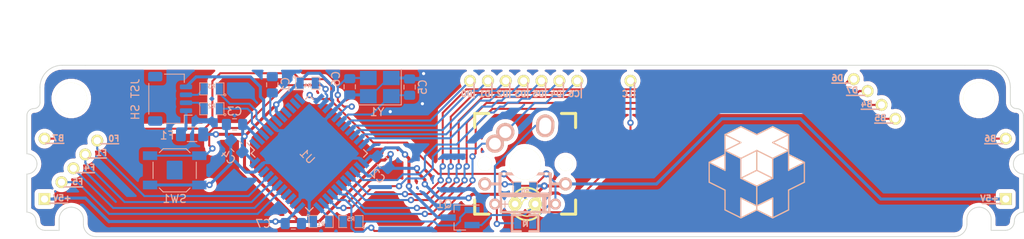
<source format=kicad_pcb>
(kicad_pcb (version 20171130) (host pcbnew "(5.0.1)-3")
  (layers (0 F.Cu signal) (31 B.Cu signal) (34 B.Paste user hide) (35 F.Paste user hide) (36 B.SilkS user) (37 F.SilkS user) (38 B.Mask user) (39 F.Mask user) (44 Edge.Cuts user))
  (net 0 "")
  (net 1 "Net-(U1-Pad1)")
  (net 2 +5V)
  (net 3 "Net-(R2-Pad1)")
  (net 4 "Net-(R3-Pad1)")
  (net 5 GND)
  (net 6 "Net-(C1-Pad1)")
  (net 7 "Net-(U1-Pad8)")
  (net 8 "Net-(U1-Pad9)")
  (net 9 "Net-(U1-Pad10)")
  (net 10 "Net-(U1-Pad11)")
  (net 11 "Net-(SW1-Pad2)")
  (net 12 "Net-(C6-Pad1)")
  (net 13 "Net-(C5-Pad1)")
  (net 14 "Net-(R1-Pad2)")
  (net 15 "Net-(U1-Pad36)")
  (net 16 "Net-(U1-Pad37)")
  (net 17 "Net-(U1-Pad42)")
  (net 18 "Net-(Q1-Pad1)")
  (net 19 VCC)
  (net 20 D+)
  (net 21 D-)
  (net 22 "Net-(C1-Pad2)")
  (net 23 SR0)
  (net 24 LC0)
  (net 25 N-LR0)
  (net 26 N-SR0)
  (net 27 PWM)
  (net 28 SC0)
  (net 29 SC1)
  (net 30 SC2)
  (net 31 SC3)
  (net 32 SC4)
  (net 33 SC5)
  (net 34 SC6)
  (net 35 SR1)
  (net 36 SR2)
  (net 37 SR3)
  (net 38 SR4)
  (net 39 SR5)
  (net 40 SR6)
  (net 41 SR7)
  (net 42 SR8)
  (net 43 SR9)
  (module Pad (layer F.Cu) (at 155.9465 108.80375)
    (fp_text reference SR0:1 hide)
    (fp_text value CONN_1 hide)
    (pad 1 thru_hole circle (at 7.493 -0.381) (size 1.5 1.5) (drill 0.9) (layers *.Cu *.Mask F.SilkS) (net 24 LC0))
  )
  (module Pad (layer F.Cu) (at 88.804418 116.357314)
    (fp_text reference SR0:1 hide)
    (fp_text value CONN_1 hide)
    (pad 1 thru_hole circle (at 7.493 -0.381) (size 1.5 1.5) (drill 0.9) (layers *.Cu *.Mask F.SilkS) (net 38 SR4))
  )
  (module Pad (layer F.Cu) (at 87.304418 118.107314)
    (fp_text reference SR0:1 hide)
    (fp_text value CONN_1 hide)
    (pad 1 thru_hole circle (at 7.493 -0.381) (size 1.5 1.5) (drill 0.9) (layers *.Cu *.Mask F.SilkS) (net 37 SR3))
  )
  (module Pad (layer F.Cu) (at 85.804418 119.857314)
    (fp_text reference SR0:1 hide)
    (fp_text value CONN_1 hide)
    (pad 1 thru_hole circle (at 7.493 -0.381) (size 1.5 1.5) (drill 0.9) (layers *.Cu *.Mask F.SilkS) (net 36 SR2))
  )
  (module Pad (layer F.Cu) (at 84.304418 121.607314)
    (fp_text reference SR0:1 hide)
    (fp_text value CONN_1 hide)
    (pad 1 thru_hole circle (at 7.493 -0.381) (size 1.5 1.5) (drill 0.9) (layers *.Cu *.Mask F.SilkS) (net 35 SR1))
  )
  (module Pad (layer F.Cu) (at 184.054418 108.607314)
    (fp_text reference SR0:1 hide)
    (fp_text value CONN_1 hide)
    (pad 1 thru_hole circle (at 7.493 -0.381) (size 1.5 1.5) (drill 0.9) (layers *.Cu *.Mask F.SilkS) (net 43 SR9))
  )
  (module Pad (layer F.Cu) (at 185.804418 110.107314)
    (fp_text reference SR0:1 hide)
    (fp_text value CONN_1 hide)
    (pad 1 thru_hole circle (at 7.493 -0.381) (size 1.5 1.5) (drill 0.9) (layers *.Cu *.Mask F.SilkS) (net 42 SR8))
  )
  (module Pad (layer F.Cu) (at 187.554418 111.857314)
    (fp_text reference SR0:1 hide)
    (fp_text value CONN_1 hide)
    (pad 1 thru_hole circle (at 7.493 -0.381) (size 1.5 1.5) (drill 0.9) (layers *.Cu *.Mask F.SilkS) (net 41 SR7))
  )
  (module Pad (layer F.Cu) (at 189.304418 113.607314)
    (fp_text reference SR0:1 hide)
    (fp_text value CONN_1 hide)
    (pad 1 thru_hole circle (at 7.493 -0.381) (size 1.5 1.5) (drill 0.9) (layers *.Cu *.Mask F.SilkS) (net 40 SR6))
  )
  (module Pad (layer F.Cu) (at 149.24212 108.817112)
    (fp_text reference SR0:1 hide)
    (fp_text value CONN_1 hide)
    (pad 1 thru_hole circle (at 7.493 -0.381) (size 1.5 1.5) (drill 0.9) (layers *.Cu *.Mask F.SilkS) (net 28 SC0))
  )
  (module Pad (layer F.Cu) (at 146.99212 108.817112)
    (fp_text reference SR0:1 hide)
    (fp_text value CONN_1 hide)
    (pad 1 thru_hole circle (at 7.493 -0.381) (size 1.5 1.5) (drill 0.9) (layers *.Cu *.Mask F.SilkS) (net 29 SC1))
  )
  (module Pad (layer F.Cu) (at 144.74212 108.817112)
    (fp_text reference SR0:1 hide)
    (fp_text value CONN_1 hide)
    (pad 1 thru_hole circle (at 7.493 -0.381) (size 1.5 1.5) (drill 0.9) (layers *.Cu *.Mask F.SilkS) (net 30 SC2))
  )
  (module Pad (layer F.Cu) (at 142.49212 108.817112)
    (fp_text reference SR0:1 hide)
    (fp_text value CONN_1 hide)
    (pad 1 thru_hole circle (at 7.493 -0.381) (size 1.5 1.5) (drill 0.9) (layers *.Cu *.Mask F.SilkS) (net 31 SC3))
  )
  (module Pad (layer F.Cu) (at 140.24212 108.817112)
    (fp_text reference SR0:1 hide)
    (fp_text value CONN_1 hide)
    (pad 1 thru_hole circle (at 7.493 -0.381) (size 1.5 1.5) (drill 0.9) (layers *.Cu *.Mask F.SilkS) (net 32 SC4))
  )
  (module Pad (layer F.Cu) (at 137.99212 108.817112)
    (fp_text reference SR0:1 hide)
    (fp_text value CONN_1 hide)
    (pad 1 thru_hole circle (at 7.493 -0.381) (size 1.5 1.5) (drill 0.9) (layers *.Cu *.Mask F.SilkS) (net 33 SC5))
  )
  (module Pad (layer F.Cu) (at 135.74212 108.817112)
    (fp_text reference SR0:1 hide)
    (fp_text value CONN_1 hide)
    (pad 1 thru_hole circle (at 7.493 -0.381) (size 1.5 1.5) (drill 0.9) (layers *.Cu *.Mask F.SilkS) (net 34 SC6))
  )
  (module ALPS_CHERRY_ZEAL_PCB_100H (layer F.Cu) (at 150.1775 118.90375)
    (fp_text reference S0 hide)
    (fp_text value MX1A hide)
    (pad "" np_thru_hole circle (at 5.08 0) (size 1.8018 1.8018) (drill 1.8018) (layers *.Cu *.Mask F.SilkS))
    (pad "" np_thru_hole circle (at -5.08 0) (size 1.8018 1.8018) (drill 1.8018) (layers *.Cu *.Mask F.SilkS))
    (pad "" np_thru_hole circle (at 0 0) (size 3.9878 3.9878) (drill 3.9878) (layers *.Cu *.Mask F.SilkS))
    (pad 2 thru_hole circle (at -3.81 -2.54) (size 2.286 2.286) (drill 1.4986) (layers *.Cu *.SilkS *.Mask) (net 28 SC0))
    (pad 2 thru_hole circle (at -2.5 -4) (size 2.286 2.286) (drill 1.4986) (layers *.Cu *.SilkS *.Mask) (net 28 SC0))
    (pad 1 thru_hole oval (at 2.52 -4.79 356.1) (size 2.286 2.867377) (drill oval 1.4986 2.079977) (layers *.Cu *.SilkS *.Mask) (net 26 N-SR0))
  )
  (module SM0805 (layer B.Cu) (at 128.23512 126.186112 180)
    (fp_text reference R5 (at 0 0.3175 180) (layer B.SilkS) (effects (font (size 0.50038 0.50038) (thickness 0.10922)) (justify mirror)))
    (fp_text value RESISTOR hide)
    (pad 1 smd rect (at -0.9525 0 180) (size 0.889 1.397) (layers B.Cu B.Paste B.Mask) (net 18 "Net-(Q1-Pad1)"))
    (pad 2 smd rect (at 0.9525 0 180) (size 0.889 1.397) (layers B.Cu B.Paste B.Mask) (net 27 PWM))
  )
  (module SM0805 (layer B.Cu) (at 124.48512 126.186112)
    (fp_text reference R1 (at 0 0.3175) (layer B.SilkS) (effects (font (size 0.50038 0.50038) (thickness 0.10922)) (justify mirror)))
    (fp_text value RESISTOR hide)
    (pad 2 smd rect (at 0.9525 0) (size 0.889 1.397) (layers B.Cu B.Paste B.Mask) (net 14 "Net-(R1-Pad2)"))
    (pad 1 smd rect (at -0.9525 0) (size 0.889 1.397) (layers B.Cu B.Paste B.Mask) (net 5 GND))
  )
  (module SM0805 (layer B.Cu) (at 122.797418 108.726314)
    (fp_text reference R4 (at 0 0.3175) (layer B.SilkS) (effects (font (size 0.50038 0.50038) (thickness 0.10922)) (justify mirror)))
    (fp_text value RESISTOR hide)
    (pad 1 smd rect (at -0.9525 0) (size 0.889 1.397) (layers B.Cu B.Paste B.Mask) (net 2 +5V))
    (pad 2 smd rect (at 0.9525 0) (size 0.889 1.397) (layers B.Cu B.Paste B.Mask) (net 11 "Net-(SW1-Pad2)"))
  )
  (module SM0805 (layer B.Cu) (at 110.725 111.95175 180)
    (fp_text reference R2 (at 0 0.3175 180) (layer B.SilkS) (effects (font (size 0.50038 0.50038) (thickness 0.10922)) (justify mirror)))
    (fp_text value RESISTOR hide)
    (pad 2 smd rect (at 0.9525 0 180) (size 0.889 1.397) (layers B.Cu B.Paste B.Mask) (net 21 D-))
    (pad 1 smd rect (at -0.9525 0 180) (size 0.889 1.397) (layers B.Cu B.Paste B.Mask) (net 3 "Net-(R2-Pad1)"))
  )
  (module SM0805 (layer B.Cu) (at 110.725 109.45175 180)
    (fp_text reference R3 (at 0 0.3175 180) (layer B.SilkS) (effects (font (size 0.50038 0.50038) (thickness 0.10922)) (justify mirror)))
    (fp_text value RESISTOR hide)
    (pad 1 smd rect (at -0.9525 0 180) (size 0.889 1.397) (layers B.Cu B.Paste B.Mask) (net 4 "Net-(R3-Pad1)"))
    (pad 2 smd rect (at 0.9525 0 180) (size 0.889 1.397) (layers B.Cu B.Paste B.Mask) (net 20 D+))
  )
  (module Pad (layer F.Cu) (at 202.565 123.34875)
    (fp_text reference LR0:1 hide)
    (fp_text value CONN_1 hide)
    (pad 1 thru_hole rect (at 8.128 0) (size 1.5 1.5) (drill 0.9) (layers *.Cu *.Mask F.SilkS) (net 2 +5V))
  )
  (module Pad (layer F.Cu) (at 97.79 123.98375)
    (fp_text reference LR0:0 hide)
    (fp_text value CONN_1 hide)
    (pad 1 thru_hole rect (at -8.128 -0.635) (size 1.5 1.5) (drill 0.9) (layers *.Cu *.Mask F.SilkS) (net 2 +5V))
  )
  (module SM0805D (layer B.Cu) (at 150.1775 126.39675)
    (fp_text reference D1 hide)
    (fp_text value DIODE hide)
    (pad 2 smd rect (at 0.9525 0) (size 0.889 1.397) (layers B.Cu B.Paste B.Mask) (net 23 SR0))
    (pad 1 smd rect (at -0.9525 0) (size 0.889 1.397) (layers B.Cu B.Paste B.Mask) (net 26 N-SR0))
  )
  (module D3 (layer B.Cu) (at 150.1775 123.98375)
    (fp_text reference D0 hide)
    (fp_text value DIODE hide)
    (pad 1 thru_hole circle (at -3.81 0) (size 1.397 1.397) (drill 0.8128) (layers *.Cu *.Mask B.SilkS) (net 26 N-SR0))
    (pad 2 thru_hole circle (at 3.81 0) (size 1.397 1.397) (drill 0.8128) (layers *.Cu *.Mask B.SilkS) (net 23 SR0))
  )
  (module Pad (layer F.Cu) (at 97.155 116.10975)
    (fp_text reference SR0:0 hide)
    (fp_text value CONN_1 hide)
    (pad 1 thru_hole circle (at -7.493 -0.381) (size 1.5 1.5) (drill 0.9) (layers *.Cu *.Mask F.SilkS) (net 23 SR0))
  )
  (module Pad (layer F.Cu) (at 203.2 116.10975)
    (fp_text reference SR0:1 hide)
    (fp_text value CONN_1 hide)
    (pad 1 thru_hole circle (at 7.493 -0.381) (size 1.5 1.5) (drill 0.9) (layers *.Cu *.Mask F.SilkS) (net 39 SR5))
  )
  (module LED-3MM (layer F.Cu) (at 150.1775 123.98375)
    (fp_text reference LED0 hide)
    (fp_text value LED hide)
    (pad 2 thru_hole circle (at 1.27 0) (size 1.6764 1.6764) (drill 0.8128) (layers *.Cu *.Mask F.SilkS) (net 24 LC0))
    (pad 1 thru_hole circle (at -1.27 0) (size 1.6764 1.6764) (drill 0.8128) (layers *.Cu *.Mask F.SilkS) (net 25 N-LR0))
  )
  (module RESISTOR (layer B.Cu) (at 150.1775 121.44375)
    (fp_text reference R0 hide)
    (fp_text value RESISTOR hide)
    (pad 2 thru_hole circle (at 5.08 0) (size 1.651 1.651) (drill 0.9906) (layers *.Cu *.SilkS *.Mask) (net 2 +5V))
    (pad 1 thru_hole circle (at -5.08 0) (size 1.651 1.651) (drill 0.9906) (layers *.Cu *.SilkS *.Mask) (net 25 N-LR0))
  )
  (module SM0805 (layer B.Cu) (at 150.1775 121.95175)
    (fp_text reference R6 (at 0 0.3175) (layer B.SilkS) (effects (font (size 0.50038 0.50038) (thickness 0.10922)) (justify mirror)))
    (fp_text value RESISTOR hide)
    (pad 2 smd rect (at 0.9525 0) (size 0.889 1.397) (layers B.Cu B.Paste B.Mask) (net 2 +5V))
    (pad 1 smd rect (at -0.9525 0) (size 0.889 1.397) (layers B.Cu B.Paste B.Mask) (net 25 N-LR0))
  )
  (module CHERRY_STAB_HOLE_BOTTOM (layer F.Cu) (at 207.3275 110.66375)
    (fp_text reference "" (at 0 -3.048) (layer F.SilkS) (effects (font (size 1.016 1.016) (thickness 0.254))))
    (fp_text value "" hide)
    (pad "" np_thru_hole circle (at 0 0) (size 3.9878 3.9878) (drill 3.9878) (layers *.Cu *.Mask F.SilkS))
  )
  (module CHERRY_STAB_HOLE_BOTTOM (layer F.Cu) (at 93.0275 110.66375)
    (fp_text reference "" (at 0 -3.048) (layer F.SilkS) (effects (font (size 1.016 1.016) (thickness 0.254))))
    (fp_text value "" hide)
    (pad "" np_thru_hole circle (at 0 0) (size 3.9878 3.9878) (drill 3.9878) (layers *.Cu *.Mask F.SilkS))
  )
  (module Button_Switch_SMD:SW_SPST_SKQG_WithStem (layer B.Cu) (at 106.047418 119.726314)
    (fp_text reference SW1 (at 0 3.6) (layer B.SilkS) (effects (justify mirror)))
    (fp_text value SW_PUSH)
    (pad 1 smd rect (at -3.1 1.85) (size 1.8 1.1) (layers B.Cu B.Paste B.Mask) (net 5 GND))
    (pad 1 smd rect (at 3.1 1.85) (size 1.8 1.1) (layers B.Cu B.Paste B.Mask) (net 5 GND))
    (pad 2 smd rect (at -3.1 -1.85) (size 1.8 1.1) (layers B.Cu B.Paste B.Mask) (net 11 "Net-(SW1-Pad2)"))
    (pad 2 smd rect (at 3.1 -1.85) (size 1.8 1.1) (layers B.Cu B.Paste B.Mask) (net 11 "Net-(SW1-Pad2)"))
  )
  (module Capacitor_SMD:C_0805_2012Metric_Pad1.15x1.40mm_HandSolder (layer B.Cu) (at 118.33762 108.936112 90)
    (fp_text reference C1 (at 0 1.65 90) (layer B.SilkS) (effects (justify mirror)))
    (fp_text value 1uF)
    (pad 1 smd roundrect (at -1.025 0 90) (size 1.15 1.4) (layers B.Cu B.Paste B.Mask) (roundrect_rratio 0.217391) (net 6 "Net-(C1-Pad1)"))
    (pad 2 smd roundrect (at 1.025 0 90) (size 1.15 1.4) (layers B.Cu B.Paste B.Mask) (roundrect_rratio 0.217391) (net 22 "Net-(C1-Pad2)"))
  )
  (module Capacitor_SMD:C_0805_2012Metric_Pad1.15x1.40mm_HandSolder (layer B.Cu) (at 132.23512 118.686112 135)
    (fp_text reference C2 (at -0.842177 -1.684511 135) (layer B.SilkS) (effects (justify mirror)))
    (fp_text value 0.1uF)
    (pad 2 smd roundrect (at 1.024999 0 135) (size 1.15 1.4) (layers B.Cu B.Paste B.Mask) (roundrect_rratio 0.217391) (net 5 GND))
    (pad 1 smd roundrect (at -1.024999 0 135) (size 1.15 1.4) (layers B.Cu B.Paste B.Mask) (roundrect_rratio 0.217391) (net 2 +5V))
  )
  (module Capacitor_SMD:C_0805_2012Metric_Pad1.15x1.40mm_HandSolder (layer B.Cu) (at 113.58762 113.936112 180)
    (fp_text reference C3 (at 0 1.65 180) (layer B.SilkS) (effects (justify mirror)))
    (fp_text value 0.1uF)
    (pad 1 smd roundrect (at -1.025 0 180) (size 1.15 1.4) (layers B.Cu B.Paste B.Mask) (roundrect_rratio 0.217391) (net 2 +5V))
    (pad 2 smd roundrect (at 1.025 0 180) (size 1.15 1.4) (layers B.Cu B.Paste B.Mask) (roundrect_rratio 0.217391) (net 5 GND))
  )
  (module Capacitor_SMD:C_0805_2012Metric_Pad1.15x1.40mm_HandSolder (layer B.Cu) (at 113.83762 116.686112 135)
    (fp_text reference C4 (at -0.239368 -1.721634 135) (layer B.SilkS) (effects (justify mirror)))
    (fp_text value 0.1uF)
    (pad 2 smd roundrect (at 1.024999 0 135) (size 1.15 1.4) (layers B.Cu B.Paste B.Mask) (roundrect_rratio 0.217391) (net 5 GND))
    (pad 1 smd roundrect (at -1.024999 0 135) (size 1.15 1.4) (layers B.Cu B.Paste B.Mask) (roundrect_rratio 0.217391) (net 2 +5V))
  )
  (module Capacitor_SMD:C_0805_2012Metric_Pad1.15x1.40mm_HandSolder (layer B.Cu) (at 135.626466 109.227363 90)
    (fp_text reference C5 (at 0 1.65 90) (layer B.SilkS) (effects (justify mirror)))
    (fp_text value 22pF)
    (pad 1 smd roundrect (at -1.025 0 90) (size 1.15 1.4) (layers B.Cu B.Paste B.Mask) (roundrect_rratio 0.217391) (net 13 "Net-(C5-Pad1)"))
    (pad 2 smd roundrect (at 1.025 0 90) (size 1.15 1.4) (layers B.Cu B.Paste B.Mask) (roundrect_rratio 0.217391) (net 5 GND))
  )
  (module Capacitor_SMD:C_0805_2012Metric_Pad1.15x1.40mm_HandSolder (layer B.Cu) (at 128.08762 109.186112 270)
    (fp_text reference C6 (at -1.013362 1.74812 270) (layer B.SilkS) (effects (justify mirror)))
    (fp_text value 22pF)
    (pad 2 smd roundrect (at 1.025 0 270) (size 1.15 1.4) (layers B.Cu B.Paste B.Mask) (roundrect_rratio 0.217391) (net 5 GND))
    (pad 1 smd roundrect (at -1.025 0 270) (size 1.15 1.4) (layers B.Cu B.Paste B.Mask) (roundrect_rratio 0.217391) (net 12 "Net-(C6-Pad1)"))
  )
  (module Capacitor_SMD:C_0805_2012Metric_Pad1.15x1.40mm_HandSolder (layer B.Cu) (at 120.98512 126.436112)
    (fp_text reference C7 (at -3.79562 0.036638) (layer B.SilkS) (effects (justify mirror)))
    (fp_text value 10uF)
    (pad 1 smd roundrect (at -1.025 0) (size 1.15 1.4) (layers B.Cu B.Paste B.Mask) (roundrect_rratio 0.217391) (net 2 +5V))
    (pad 2 smd roundrect (at 1.025 0) (size 1.15 1.4) (layers B.Cu B.Paste B.Mask) (roundrect_rratio 0.217391) (net 5 GND))
  )
  (module Connector_JST:JST_SH_SM04B-SRSS-TB_1x04-1MP_P1.00mm_Horizontal (layer B.Cu) (at 105.475 110.70175 90)
    (fp_text reference "JST SH" (at -0.071 -4.3855 90) (layer B.SilkS) (effects (justify mirror)))
    (fp_text value Molex-0548190589)
    (pad 1 smd roundrect (at -1.5 2 90) (size 0.6 1.55) (layers B.Cu B.Paste B.Mask) (net 19 VCC))
    (pad 2 smd roundrect (at -0.5 2 90) (size 0.6 1.55) (layers B.Cu B.Paste B.Mask) (net 21 D-))
    (pad 3 smd roundrect (at 0.5 2 90) (size 0.6 1.55) (layers B.Cu B.Paste B.Mask) (net 20 D+))
    (pad 4 smd roundrect (at 1.5 2 90) (size 0.6 1.55) (layers B.Cu B.Paste B.Mask) (net 5 GND))
    (pad MP smd roundrect (at -2.8 -1.875 90) (size 1.2 1.8) (layers B.Cu B.Paste B.Mask) (roundrect_rratio 0.208333))
    (pad MP smd roundrect (at 2.8 -1.875 90) (size 1.2 1.8) (layers B.Cu B.Paste B.Mask) (roundrect_rratio 0.208333))
  )
  (module Crystal:Crystal_SMD_3225-4Pin_3.2x2.5mm_HandSoldering (layer B.Cu) (at 131.876466 109.227363 180)
    (fp_text reference Y1 (at 0.336966 -3.145387 180) (layer B.SilkS) (effects (justify mirror)))
    (fp_text value 16MHz)
    (pad 1 smd rect (at -1.45 -1.15 180) (size 2.1 1.8) (layers B.Cu B.Paste B.Mask) (net 13 "Net-(C5-Pad1)"))
    (pad 2 smd rect (at 1.45 -1.15 180) (size 2.1 1.8) (layers B.Cu B.Paste B.Mask) (net 5 GND))
    (pad 3 smd rect (at 1.45 1.15 180) (size 2.1 1.8) (layers B.Cu B.Paste B.Mask) (net 12 "Net-(C6-Pad1)"))
    (pad 4 smd rect (at -1.45 1.15 180) (size 2.1 1.8) (layers B.Cu B.Paste B.Mask) (net 5 GND))
  )
  (module Keebio-Parts:SOT-23_Handsoldering (layer B.Cu) (at 141.98512 125.686112 180)
    (fp_text reference Q1 (at 1.99562 1.713362 180) (layer B.SilkS) (effects (justify mirror)))
    (fp_text value Q_NMOS_GDS)
    (pad 1 smd rect (at -1.5 0.95 180) (size 1.9 0.8) (layers B.Cu B.Paste B.Mask) (net 18 "Net-(Q1-Pad1)"))
    (pad 2 smd rect (at -1.5 -0.95 180) (size 1.9 0.8) (layers B.Cu B.Paste B.Mask) (net 24 LC0))
    (pad 3 smd rect (at 1.5 0 180) (size 1.9 0.8) (layers B.Cu B.Paste B.Mask) (net 5 GND))
  )
  (module Package_QFP:TQFP-44_10x10mm_P0.8mm (layer B.Cu) (at 122.9995 117.58525 315)
    (fp_text reference U1 (at 0.090156 0.457852 315) (layer B.SilkS) (effects (justify mirror)))
    (fp_text value ATmega32U4-AU)
    (pad 1 smd rect (at -5.7 4 315) (size 1.5 0.55) (layers B.Cu B.Paste B.Mask) (net 1 "Net-(U1-Pad1)"))
    (pad 2 smd rect (at -5.7 3.2 315) (size 1.5 0.55) (layers B.Cu B.Paste B.Mask) (net 2 +5V))
    (pad 3 smd rect (at -5.7 2.4 315) (size 1.5 0.55) (layers B.Cu B.Paste B.Mask) (net 3 "Net-(R2-Pad1)"))
    (pad 4 smd rect (at -5.7 1.6 315) (size 1.5 0.55) (layers B.Cu B.Paste B.Mask) (net 4 "Net-(R3-Pad1)"))
    (pad 5 smd rect (at -5.7 0.8 315) (size 1.5 0.55) (layers B.Cu B.Paste B.Mask) (net 5 GND))
    (pad 6 smd rect (at -5.7 0 315) (size 1.5 0.55) (layers B.Cu B.Paste B.Mask) (net 6 "Net-(C1-Pad1)"))
    (pad 7 smd rect (at -5.7 -0.8 315) (size 1.5 0.55) (layers B.Cu B.Paste B.Mask) (net 2 +5V))
    (pad 8 smd rect (at -5.7 -1.6 315) (size 1.5 0.55) (layers B.Cu B.Paste B.Mask) (net 7 "Net-(U1-Pad8)"))
    (pad 9 smd rect (at -5.7 -2.4 315) (size 1.5 0.55) (layers B.Cu B.Paste B.Mask) (net 8 "Net-(U1-Pad9)"))
    (pad 10 smd rect (at -5.7 -3.2 315) (size 1.5 0.55) (layers B.Cu B.Paste B.Mask) (net 9 "Net-(U1-Pad10)"))
    (pad 11 smd rect (at -5.7 -4 315) (size 1.5 0.55) (layers B.Cu B.Paste B.Mask) (net 10 "Net-(U1-Pad11)"))
    (pad 12 smd rect (at -4 -5.7 225) (size 1.5 0.55) (layers B.Cu B.Paste B.Mask) (net 23 SR0))
    (pad 13 smd rect (at -3.2 -5.7 225) (size 1.5 0.55) (layers B.Cu B.Paste B.Mask) (net 11 "Net-(SW1-Pad2)"))
    (pad 14 smd rect (at -2.4 -5.7 225) (size 1.5 0.55) (layers B.Cu B.Paste B.Mask) (net 2 +5V))
    (pad 15 smd rect (at -1.6 -5.7 225) (size 1.5 0.55) (layers B.Cu B.Paste B.Mask) (net 5 GND))
    (pad 16 smd rect (at -0.8 -5.7 225) (size 1.5 0.55) (layers B.Cu B.Paste B.Mask) (net 12 "Net-(C6-Pad1)"))
    (pad 17 smd rect (at 0 -5.7 225) (size 1.5 0.55) (layers B.Cu B.Paste B.Mask) (net 13 "Net-(C5-Pad1)"))
    (pad 18 smd rect (at 0.8 -5.7 225) (size 1.5 0.55) (layers B.Cu B.Paste B.Mask) (net 34 SC6))
    (pad 19 smd rect (at 1.6 -5.7 225) (size 1.5 0.55) (layers B.Cu B.Paste B.Mask) (net 33 SC5))
    (pad 20 smd rect (at 2.4 -5.7 225) (size 1.5 0.55) (layers B.Cu B.Paste B.Mask) (net 32 SC4))
    (pad 21 smd rect (at 3.2 -5.7 225) (size 1.5 0.55) (layers B.Cu B.Paste B.Mask) (net 31 SC3))
    (pad 22 smd rect (at 4 -5.7 225) (size 1.5 0.55) (layers B.Cu B.Paste B.Mask) (net 30 SC2))
    (pad 23 smd rect (at 5.7 -4 315) (size 1.5 0.55) (layers B.Cu B.Paste B.Mask) (net 5 GND))
    (pad 24 smd rect (at 5.7 -3.2 315) (size 1.5 0.55) (layers B.Cu B.Paste B.Mask) (net 2 +5V))
    (pad 25 smd rect (at 5.7 -2.4 315) (size 1.5 0.55) (layers B.Cu B.Paste B.Mask) (net 29 SC1))
    (pad 26 smd rect (at 5.7 -1.6 315) (size 1.5 0.55) (layers B.Cu B.Paste B.Mask) (net 43 SR9))
    (pad 27 smd rect (at 5.7 -0.8 315) (size 1.5 0.55) (layers B.Cu B.Paste B.Mask) (net 42 SR8))
    (pad 28 smd rect (at 5.7 0 315) (size 1.5 0.55) (layers B.Cu B.Paste B.Mask) (net 41 SR7))
    (pad 29 smd rect (at 5.7 0.8 315) (size 1.5 0.55) (layers B.Cu B.Paste B.Mask) (net 40 SR6))
    (pad 30 smd rect (at 5.7 1.6 315) (size 1.5 0.55) (layers B.Cu B.Paste B.Mask) (net 39 SR5))
    (pad 31 smd rect (at 5.7 2.4 315) (size 1.5 0.55) (layers B.Cu B.Paste B.Mask) (net 28 SC0))
    (pad 32 smd rect (at 5.7 3.2 315) (size 1.5 0.55) (layers B.Cu B.Paste B.Mask) (net 27 PWM))
    (pad 33 smd rect (at 5.7 4 315) (size 1.5 0.55) (layers B.Cu B.Paste B.Mask) (net 14 "Net-(R1-Pad2)"))
    (pad 34 smd rect (at 4 5.7 225) (size 1.5 0.55) (layers B.Cu B.Paste B.Mask) (net 2 +5V))
    (pad 35 smd rect (at 3.2 5.7 225) (size 1.5 0.55) (layers B.Cu B.Paste B.Mask) (net 5 GND))
    (pad 36 smd rect (at 2.4 5.7 225) (size 1.5 0.55) (layers B.Cu B.Paste B.Mask) (net 15 "Net-(U1-Pad36)"))
    (pad 37 smd rect (at 1.6 5.7 225) (size 1.5 0.55) (layers B.Cu B.Paste B.Mask) (net 16 "Net-(U1-Pad37)"))
    (pad 38 smd rect (at 0.8 5.7 225) (size 1.5 0.55) (layers B.Cu B.Paste B.Mask) (net 35 SR1))
    (pad 39 smd rect (at 0 5.7 225) (size 1.5 0.55) (layers B.Cu B.Paste B.Mask) (net 36 SR2))
    (pad 40 smd rect (at -0.8 5.7 225) (size 1.5 0.55) (layers B.Cu B.Paste B.Mask) (net 37 SR3))
    (pad 41 smd rect (at -1.6 5.7 225) (size 1.5 0.55) (layers B.Cu B.Paste B.Mask) (net 38 SR4))
    (pad 42 smd rect (at -2.4 5.7 225) (size 1.5 0.55) (layers B.Cu B.Paste B.Mask) (net 17 "Net-(U1-Pad42)"))
    (pad 43 smd rect (at -3.2 5.7 225) (size 1.5 0.55) (layers B.Cu B.Paste B.Mask) (net 5 GND))
    (pad 44 smd rect (at -4 5.7 225) (size 1.5 0.55) (layers B.Cu B.Paste B.Mask) (net 2 +5V))
  )
  (module Fuse:Fuse_1206_3216Metric (layer B.Cu) (at 108.23512 115.186112 180)
    (fp_text reference F1 (at 3.14562 -0.136638 180) (layer B.SilkS) (effects (justify mirror)))
    (fp_text value Fuse_1206_3216Metric)
    (pad 2 smd roundrect (at 1.4 0 180) (size 1.25 1.75) (layers B.Cu B.Paste B.Mask) (roundrect_rratio 0.2) (net 19 VCC))
    (pad 1 smd roundrect (at -1.4 0 180) (size 1.25 1.75) (layers B.Cu B.Paste B.Mask) (roundrect_rratio 0.2) (net 2 +5V))
  )
  (module Keebio-Parts:mechcult_logo (layer F.Cu) (at 179.3395 121.72275)
    (fp_text reference REF** hide)
    (fp_text value mechcult_logo)
  )
  (module Keebio-Parts:mechcult_logo (layer B.Cu) (at 179.3395 121.72275 180)
    (fp_text reference REF** hide)
    (fp_text value mechcult_logo)
  )
  (gr_text LC (at 163.0395 110.07275) (layer B.SilkS) (effects (font (size 0.75 0.75) (thickness 0.1875)) (justify mirror)))
  (gr_line (start 163.9395 110.57275) (end 163.9395 108.67275) (layer B.SilkS) (width 0.1875))
  (gr_text + (at 147.6395 123.92275) (layer B.SilkS) (effects (font (size 1 1) (thickness 0.125)) (justify mirror)))
  (gr_text B5 (at 194.8895 113.12275) (layer B.SilkS) (effects (font (size 0.75 0.75) (thickness 0.1875)) (justify mirror)))
  (gr_line (start 196.4895 113.77275) (end 194.1895 113.77275) (layer B.SilkS) (width 0.1875))
  (gr_text B4 (at 193.1895 111.37275) (layer B.SilkS) (effects (font (size 0.75 0.75) (thickness 0.1875)) (justify mirror)))
  (gr_line (start 194.7895 112.02275) (end 192.4895 112.02275) (layer B.SilkS) (width 0.1875))
  (gr_text D7 (at 191.3395 109.62275) (layer B.SilkS) (effects (font (size 0.75 0.75) (thickness 0.1875)) (justify mirror)))
  (gr_line (start 192.9395 110.27275) (end 190.6395 110.27275) (layer B.SilkS) (width 0.1875))
  (gr_text "D6\n" (at 189.4895 108.07275) (layer B.SilkS) (effects (font (size 0.75 0.75) (thickness 0.1875)) (justify mirror)))
  (gr_line (start 191.0895 108.72275) (end 188.7895 108.72275) (layer B.SilkS) (width 0.1875))
  (gr_text +5V (at 208.6395 123.27275) (layer B.SilkS) (effects (font (size 0.75 0.75) (thickness 0.1875)) (justify mirror)))
  (gr_line (start 210.0395 123.92275) (end 207.7395 123.92275) (layer B.SilkS) (width 0.1875))
  (gr_line (start 157.2395 110.57275) (end 157.2395 108.67275) (layer B.SilkS) (width 0.1875))
  (gr_text C6 (at 156.3395 110.07275) (layer B.SilkS) (effects (font (size 0.75 0.75) (thickness 0.1875)) (justify mirror)))
  (gr_line (start 154.9895 110.57275) (end 154.9895 108.67275) (layer B.SilkS) (width 0.1875))
  (gr_text D4 (at 154.0895 110.07275) (layer B.SilkS) (effects (font (size 0.75 0.75) (thickness 0.1875)) (justify mirror)))
  (gr_line (start 152.7395 110.57275) (end 152.7395 108.67275) (layer B.SilkS) (width 0.1875))
  (gr_text D5 (at 151.8395 110.07275) (layer B.SilkS) (effects (font (size 0.75 0.75) (thickness 0.1875)) (justify mirror)))
  (gr_line (start 150.4895 110.57275) (end 150.4895 108.67275) (layer B.SilkS) (width 0.1875))
  (gr_text D3 (at 149.5895 110.07275) (layer B.SilkS) (effects (font (size 0.75 0.75) (thickness 0.1875)) (justify mirror)))
  (gr_line (start 148.2395 110.57275) (end 148.2395 108.67275) (layer B.SilkS) (width 0.1875))
  (gr_text D2 (at 147.3395 110.07275) (layer B.SilkS) (effects (font (size 0.75 0.75) (thickness 0.1875)) (justify mirror)))
  (gr_line (start 145.9895 110.57275) (end 145.9895 108.67275) (layer B.SilkS) (width 0.1875))
  (gr_text D1 (at 145.0895 110.07275) (layer B.SilkS) (effects (font (size 0.75 0.75) (thickness 0.1875)) (justify mirror)))
  (gr_line (start 143.7395 110.57275) (end 143.7395 108.67275) (layer B.SilkS) (width 0.1875))
  (gr_text D0 (at 142.8395 110.07275) (layer B.SilkS) (effects (font (size 0.75 0.75) (thickness 0.1875)) (justify mirror)))
  (gr_line (start 92.5895 123.87275) (end 90.2895 123.87275) (layer B.SilkS) (width 0.1875))
  (gr_text +5V (at 91.8895 123.22275) (layer B.SilkS) (effects (font (size 0.75 0.75) (thickness 0.1875)) (justify mirror)))
  (gr_line (start 210.3395 116.37275) (end 208.0395 116.37275) (layer B.SilkS) (width 0.1875))
  (gr_text B6 (at 208.7395 115.72275) (layer B.SilkS) (effects (font (size 0.75 0.75) (thickness 0.1875)) (justify mirror)))
  (gr_line (start 94.4395 121.82275) (end 92.1395 121.82275) (layer B.SilkS) (width 0.1875))
  (gr_text "F5\n" (at 93.8395 121.17275) (layer B.SilkS) (effects (font (size 0.75 0.75) (thickness 0.1875)) (justify mirror)))
  (gr_line (start 95.9395 120.02275) (end 93.6395 120.02275) (layer B.SilkS) (width 0.1875))
  (gr_text "F4\n" (at 95.3395 119.37275) (layer B.SilkS) (effects (font (size 0.75 0.75) (thickness 0.1875)) (justify mirror)))
  (gr_line (start 97.4395 118.17275) (end 95.1395 118.17275) (layer B.SilkS) (width 0.1875))
  (gr_text F1 (at 96.8395 117.52275) (layer B.SilkS) (effects (font (size 0.75 0.75) (thickness 0.1875)) (justify mirror)))
  (gr_line (start 98.9895 116.37275) (end 96.6895 116.37275) (layer B.SilkS) (width 0.1875))
  (gr_text "F0\n" (at 98.3895 115.72275) (layer B.SilkS) (effects (font (size 0.75 0.75) (thickness 0.1875)) (justify mirror)))
  (gr_line (start 92.0895 116.32275) (end 89.7895 116.32275) (layer B.SilkS) (width 0.1875))
  (gr_text B7 (at 91.3895 115.67275) (layer B.SilkS) (effects (font (size 0.75 0.75) (thickness 0.1875)) (justify mirror)))
  (gr_line (start 94.8055 106.47275) (end 205.5495 106.47275) (layer Edge.Cuts) (width 0.1))
  (gr_arc (start 87.4395 118.91875) (end 87.4395 117.64875) (angle 90) (layer Edge.Cuts) (width 0.1))
  (gr_arc (start 87.4395 118.91875) (end 88.7095 118.91875) (angle 90) (layer Edge.Cuts) (width 0.1))
  (gr_arc (start 89.7255 126.15775) (end 89.7255 127.30075) (angle 90) (layer Edge.Cuts) (width 0.1))
  (gr_arc (start 87.4395 126.15775) (end 87.4395 125.01475) (angle 90) (layer Edge.Cuts) (width 0.1))
  (gr_line (start 87.4395 120.18875) (end 87.4395 125.01475) (angle 90) (layer Edge.Cuts) (width 0.1))
  (gr_arc (start 91.8845 109.26675) (end 89.0905 109.26675) (angle 90) (layer Edge.Cuts) (width 0.1))
  (gr_line (start 89.0905 109.26675) (end 89.0905 111.17175) (angle 90) (layer Edge.Cuts) (width 0.1))
  (gr_line (start 91.5035 127.30075) (end 89.7255 127.30075) (angle 90) (layer Edge.Cuts) (width 0.1))
  (gr_arc (start 88.3285 112.82275) (end 87.4395 112.82275) (angle 90) (layer Edge.Cuts) (width 0.1))
  (gr_line (start 87.4395 117.64875) (end 87.4395 112.82275) (angle 90) (layer Edge.Cuts) (width 0.1))
  (gr_line (start 91.8845 106.47275) (end 94.8055 106.47275) (angle 90) (layer Edge.Cuts) (width 0.1))
  (gr_arc (start 88.3285 111.17175) (end 89.0905 111.17175) (angle 90) (layer Edge.Cuts) (width 0.1))
  (gr_arc (start 207.3275 125.90375) (end 205.8035 125.90375) (angle 90) (layer Edge.Cuts) (width 0.1))
  (gr_line (start 96.139 128.0945) (end 204.216 128.0945) (angle 90) (layer Edge.Cuts) (width 0.1))
  (gr_arc (start 96.139 126.507) (end 94.5515 126.507) (angle -90) (layer Edge.Cuts) (width 0.1))
  (gr_arc (start 208.4705 109.26675) (end 208.4705 106.47275) (angle 90) (layer Edge.Cuts) (width 0.1))
  (gr_line (start 94.5515 125.90375) (end 94.5515 126.507) (angle 90) (layer Edge.Cuts) (width 0.1))
  (gr_arc (start 210.6295 126.15775) (end 211.7725 126.15775) (angle 90) (layer Edge.Cuts) (width 0.1))
  (gr_arc (start 212.9155 118.91875) (end 211.6455 118.91875) (angle 90) (layer Edge.Cuts) (width 0.1))
  (gr_arc (start 212.9155 126.15775) (end 211.7725 126.15775) (angle 90) (layer Edge.Cuts) (width 0.1))
  (gr_line (start 212.9155 117.64875) (end 212.9155 112.82275) (angle 90) (layer Edge.Cuts) (width 0.1))
  (gr_arc (start 212.0265 111.17175) (end 212.0265 111.93375) (angle 90) (layer Edge.Cuts) (width 0.1))
  (gr_line (start 205.5495 106.47275) (end 208.4705 106.47275) (angle 90) (layer Edge.Cuts) (width 0.1))
  (gr_line (start 211.2645 109.26675) (end 211.2645 111.17175) (angle 90) (layer Edge.Cuts) (width 0.1))
  (gr_arc (start 93.0275 125.90375) (end 93.0275 124.37975) (angle 90) (layer Edge.Cuts) (width 0.1))
  (gr_arc (start 93.0275 125.90375) (end 91.5035 125.90375) (angle 90) (layer Edge.Cuts) (width 0.1))
  (gr_line (start 91.5035 125.90375) (end 91.5035 127.30075) (angle 90) (layer Edge.Cuts) (width 0.1))
  (gr_arc (start 212.0265 112.82275) (end 212.0265 111.93375) (angle 90) (layer Edge.Cuts) (width 0.1))
  (gr_line (start 208.8515 125.90375) (end 208.8515 127.30075) (angle 90) (layer Edge.Cuts) (width 0.1))
  (gr_arc (start 207.3275 125.90375) (end 207.3275 124.37975) (angle 90) (layer Edge.Cuts) (width 0.1))
  (gr_line (start 212.9155 120.18875) (end 212.9155 125.01475) (angle 90) (layer Edge.Cuts) (width 0.1))
  (gr_line (start 210.6295 127.30075) (end 208.8515 127.30075) (angle 90) (layer Edge.Cuts) (width 0.1))
  (gr_arc (start 212.9155 118.91875) (end 212.9155 120.18875) (angle 90) (layer Edge.Cuts) (width 0.1))
  (gr_arc (start 204.216 126.507) (end 204.216 128.0945) (angle -90) (layer Edge.Cuts) (width 0.1))
  (gr_line (start 205.8035 125.90375) (end 205.8035 126.507) (angle 90) (layer Edge.Cuts) (width 0.1))
  (via (at 152.5905 121.69775) (size 0.889) (drill 0.4) (layers F.Cu B.Cu) (net 2))
  (segment (start 116.037078 118.890818) (end 116.140564 118.787332) (width 0.381) (layer B.Cu) (net 2))
  (segment (start 114.824879 113.936112) (end 114.61262 113.936112) (width 0.381) (layer B.Cu) (net 2))
  (segment (start 116.70625 115.817483) (end 114.824879 113.936112) (width 0.381) (layer B.Cu) (net 2))
  (via (at 114.83762 115.436112) (size 0.8) (drill 0.4) (layers F.Cu B.Cu) (net 2))
  (segment (start 114.61262 113.936112) (end 114.61262 115.211112) (width 0.381) (layer B.Cu) (net 2))
  (segment (start 114.61262 115.211112) (end 114.83762 115.436112) (width 0.381) (layer B.Cu) (net 2))
  (segment (start 114.562404 115.711328) (end 114.83762 115.436112) (width 0.381) (layer B.Cu) (net 2))
  (segment (start 114.562404 117.410896) (end 114.562404 115.711328) (width 0.381) (layer B.Cu) (net 2))
  (segment (start 114.83762 115.436112) (end 118.83762 111.436112) (width 0.381) (layer F.Cu) (net 2))
  (via (at 118.83762 111.436112) (size 0.8) (drill 0.4) (layers F.Cu B.Cu) (net 2))
  (segment (start 118.83762 112.291999) (end 118.83762 111.436112) (width 0.381) (layer B.Cu) (net 2))
  (segment (start 119.534677 112.989056) (end 118.83762 112.291999) (width 0.381) (layer B.Cu) (net 2))
  (segment (start 129.89379 119.954057) (end 129.29275 119.353017) (width 0.381) (layer B.Cu) (net 2))
  (segment (start 130.375845 120.436112) (end 129.89379 119.954057) (width 0.381) (layer B.Cu) (net 2))
  (segment (start 130.656002 120.436112) (end 130.375845 120.436112) (width 0.381) (layer B.Cu) (net 2))
  (segment (start 131.681218 119.410896) (end 130.656002 120.436112) (width 0.381) (layer B.Cu) (net 2))
  (segment (start 132.562404 119.410896) (end 131.681218 119.410896) (width 0.381) (layer B.Cu) (net 2))
  (via (at 111.23512 115.186112) (size 0.8) (drill 0.4) (layers F.Cu B.Cu) (net 2))
  (segment (start 114.764128 117.410896) (end 116.140564 118.787332) (width 0.381) (layer B.Cu) (net 2))
  (segment (start 114.562404 117.410896) (end 114.764128 117.410896) (width 0.381) (layer B.Cu) (net 2))
  (via (at 118.73512 126.186112) (size 0.8) (drill 0.4) (layers F.Cu B.Cu) (net 2))
  (segment (start 114.83762 115.436112) (end 114.83762 119.288612) (width 0.381) (layer F.Cu) (net 2))
  (segment (start 114.83762 119.288612) (end 119.73512 124.186112) (width 0.381) (layer F.Cu) (net 2))
  (segment (start 119.96012 126.186112) (end 118.73512 126.186112) (width 0.381) (layer B.Cu) (net 2))
  (segment (start 120.055492 126.186112) (end 121.797418 124.444186) (width 0.381) (layer B.Cu) (net 2))
  (segment (start 119.96012 126.186112) (end 120.055492 126.186112) (width 0.381) (layer B.Cu) (net 2))
  (segment (start 119.73512 124.186112) (end 121.73512 126.186112) (width 0.381) (layer F.Cu) (net 2))
  (segment (start 121.73512 126.186112) (end 124.23512 126.186112) (width 0.381) (layer F.Cu) (net 2))
  (via (at 133.23512 117.686112) (size 0.8) (drill 0.4) (layers F.Cu B.Cu) (net 2))
  (segment (start 109.63512 115.186112) (end 111.23512 115.186112) (width 0.381) (layer B.Cu) (net 2))
  (segment (start 114.58762 115.186112) (end 114.83762 115.436112) (width 0.381) (layer F.Cu) (net 2))
  (segment (start 111.23512 115.186112) (end 114.58762 115.186112) (width 0.381) (layer F.Cu) (net 2))
  (segment (start 118.73512 126.186112) (end 121.73512 126.186112) (width 0.381) (layer F.Cu) (net 2))
  (segment (start 132.48512 118.436112) (end 133.23512 117.686112) (width 0.381) (layer F.Cu) (net 2))
  (segment (start 131.98512 118.436112) (end 132.48512 118.436112) (width 0.381) (layer F.Cu) (net 2))
  (segment (start 133.23512 119.13568) (end 132.959904 119.410896) (width 0.381) (layer B.Cu) (net 2))
  (segment (start 133.23512 117.686112) (end 133.23512 119.13568) (width 0.381) (layer B.Cu) (net 2))
  (segment (start 155.0035 121.69775) (end 155.2575 121.44375) (width 0.381) (layer F.Cu) (net 2))
  (segment (start 152.5905 121.69775) (end 155.0035 121.69775) (width 0.381) (layer F.Cu) (net 2))
  (segment (start 151.384 121.69775) (end 151.13 121.95175) (width 0.381) (layer B.Cu) (net 2))
  (segment (start 152.5905 121.69775) (end 151.384 121.69775) (width 0.381) (layer B.Cu) (net 2))
  (segment (start 127.666183 122.755049) (end 127.047418 123.373814) (width 0.381) (layer F.Cu) (net 2))
  (segment (start 152.5905 121.69775) (end 151.533201 122.755049) (width 0.381) (layer F.Cu) (net 2))
  (segment (start 124.23512 126.186112) (end 127.047418 123.373814) (width 0.381) (layer F.Cu) (net 2))
  (segment (start 127.047418 123.373814) (end 131.98512 118.436112) (width 0.381) (layer F.Cu) (net 2))
  (segment (start 118.83762 111.436112) (end 121.539982 108.73375) (width 0.381) (layer B.Cu) (net 2))
  (segment (start 121.844918 108.472314) (end 121.844918 108.726314) (width 0.381) (layer B.Cu) (net 2))
  (segment (start 124.289982 107.476314) (end 122.840918 107.476314) (width 0.381) (layer B.Cu) (net 2))
  (segment (start 122.840918 107.476314) (end 121.844918 108.472314) (width 0.381) (layer B.Cu) (net 2))
  (segment (start 126.047418 109.23375) (end 124.289982 107.476314) (width 0.381) (layer B.Cu) (net 2))
  (segment (start 125.332952 111.857685) (end 125.933992 111.256645) (width 0.381) (layer B.Cu) (net 2))
  (segment (start 125.933992 111.256645) (end 125.933992 110.845799) (width 0.381) (layer B.Cu) (net 2))
  (segment (start 125.797119 110.708926) (end 125.797119 109.846873) (width 0.381) (layer B.Cu) (net 2))
  (segment (start 125.797119 109.846873) (end 126.047418 109.596574) (width 0.381) (layer B.Cu) (net 2))
  (segment (start 125.933992 110.845799) (end 125.797119 110.708926) (width 0.381) (layer B.Cu) (net 2))
  (segment (start 126.047418 109.596574) (end 126.047418 109.23375) (width 0.381) (layer B.Cu) (net 2))
  (via (at 143.047418 123.226314) (size 0.8) (drill 0.4) (layers F.Cu B.Cu) (net 2))
  (segment (start 151.533201 122.755049) (end 143.518683 122.755049) (width 0.381) (layer F.Cu) (net 2))
  (segment (start 143.518683 122.755049) (end 143.047418 123.226314) (width 0.381) (layer F.Cu) (net 2))
  (segment (start 143.047418 123.226314) (end 139.297418 123.226314) (width 0.381) (layer B.Cu) (net 2))
  (segment (start 139.297418 123.226314) (end 137.547418 121.476314) (width 0.381) (layer B.Cu) (net 2))
  (via (at 137.547418 121.476314) (size 0.8) (drill 0.4) (layers F.Cu B.Cu) (net 2))
  (segment (start 137.547418 120.910629) (end 136.547418 119.910629) (width 0.381) (layer F.Cu) (net 2))
  (segment (start 137.547418 121.476314) (end 137.547418 120.910629) (width 0.381) (layer F.Cu) (net 2))
  (via (at 136.547418 119.476314) (size 0.8) (drill 0.4) (layers F.Cu B.Cu) (net 2))
  (segment (start 136.547418 119.910629) (end 136.547418 119.476314) (width 0.381) (layer F.Cu) (net 2))
  (segment (start 133.025322 119.476314) (end 132.959904 119.410896) (width 0.381) (layer B.Cu) (net 2))
  (segment (start 136.547418 119.476314) (end 133.025322 119.476314) (width 0.381) (layer B.Cu) (net 2))
  (segment (start 90.793 123.34875) (end 90.915436 123.226314) (width 0.381) (layer B.Cu) (net 2))
  (segment (start 89.662 123.34875) (end 90.793 123.34875) (width 0.381) (layer B.Cu) (net 2))
  (segment (start 90.915436 123.226314) (end 94.797418 123.226314) (width 0.381) (layer B.Cu) (net 2))
  (segment (start 94.797418 123.226314) (end 97.797418 126.226314) (width 0.381) (layer B.Cu) (net 2))
  (segment (start 97.83762 126.186112) (end 118.73512 126.186112) (width 0.381) (layer B.Cu) (net 2))
  (segment (start 194.9655 123.34875) (end 210.693 123.34875) (width 0.381) (layer B.Cu) (net 2))
  (segment (start 184.8395 113.22275) (end 194.9655 123.34875) (width 0.381) (layer B.Cu) (net 2))
  (segment (start 174.9395 113.22275) (end 184.8395 113.22275) (width 0.381) (layer B.Cu) (net 2))
  (segment (start 155.2575 121.44375) (end 166.7185 121.44375) (width 0.381) (layer B.Cu) (net 2))
  (segment (start 166.7185 121.44375) (end 174.9395 113.22275) (width 0.381) (layer B.Cu) (net 2))
  (segment (start 116.670895 114.650758) (end 116.670895 114.647645) (width 0.254) (layer B.Cu) (net 3))
  (segment (start 117.271935 115.251798) (end 116.670895 114.650758) (width 0.254) (layer B.Cu) (net 3))
  (segment (start 115.771935 113.751798) (end 116.670895 114.650758) (width 0.254) (layer B.Cu) (net 3))
  (segment (start 115.771935 112.501798) (end 115.771935 113.751798) (width 0.254) (layer B.Cu) (net 3))
  (segment (start 111.6775 111.95175) (end 115.221887 111.95175) (width 0.254) (layer B.Cu) (net 3))
  (segment (start 115.221887 111.95175) (end 115.771935 112.501798) (width 0.254) (layer B.Cu) (net 3))
  (segment (start 111.6775 109.70575) (end 111.6775 109.45175) (width 0.254) (layer B.Cu) (net 4))
  (segment (start 111.6775 110.01075) (end 111.6775 109.45175) (width 0.254) (layer B.Cu) (net 4))
  (segment (start 112.9895 111.32275) (end 111.6775 110.01075) (width 0.254) (layer B.Cu) (net 4))
  (segment (start 115.4395 111.32275) (end 112.9895 111.32275) (width 0.254) (layer B.Cu) (net 4))
  (segment (start 116.33762 112.22087) (end 115.4395 111.32275) (width 0.254) (layer B.Cu) (net 4))
  (segment (start 117.83762 114.686112) (end 116.33762 113.186112) (width 0.254) (layer B.Cu) (net 4))
  (segment (start 116.33762 113.186112) (end 116.33762 112.22087) (width 0.254) (layer B.Cu) (net 4))
  (segment (start 126.11077 112.42337) (end 125.898638 112.42337) (width 0.25) (layer B.Cu) (net 5))
  (segment (start 125.898638 112.400094) (end 128.08762 110.211112) (width 0.381) (layer B.Cu) (net 5))
  (segment (start 125.898638 112.42337) (end 125.898638 112.400094) (width 0.381) (layer B.Cu) (net 5))
  (segment (start 130.260215 110.211112) (end 130.426466 110.377363) (width 0.381) (layer B.Cu) (net 5))
  (segment (start 128.08762 110.211112) (end 130.260215 110.211112) (width 0.381) (layer B.Cu) (net 5))
  (segment (start 132.973564 108.077363) (end 133.326466 108.077363) (width 0.381) (layer B.Cu) (net 5))
  (segment (start 130.673564 110.377363) (end 132.973564 108.077363) (width 0.2032) (layer B.Cu) (net 5))
  (segment (start 130.426466 110.377363) (end 130.673564 110.377363) (width 0.381) (layer B.Cu) (net 5))
  (segment (start 135.501466 108.077363) (end 135.626466 108.202363) (width 0.381) (layer B.Cu) (net 5))
  (segment (start 133.326466 108.077363) (end 135.501466 108.077363) (width 0.381) (layer B.Cu) (net 5))
  (segment (start 130.68444 117.961328) (end 129.858436 118.787332) (width 0.381) (layer B.Cu) (net 5))
  (segment (start 131.112836 117.961328) (end 130.68444 117.961328) (width 0.381) (layer B.Cu) (net 5))
  (segment (start 112.56262 115.411112) (end 113.112836 115.961328) (width 0.381) (layer B.Cu) (net 5))
  (segment (start 112.56262 113.936112) (end 112.56262 115.411112) (width 0.381) (layer B.Cu) (net 5))
  (segment (start 115.003065 119.954057) (end 113.112836 118.063828) (width 0.381) (layer B.Cu) (net 5))
  (segment (start 116.70625 119.353017) (end 116.10521 119.954057) (width 0.381) (layer B.Cu) (net 5))
  (segment (start 116.10521 119.954057) (end 115.003065 119.954057) (width 0.381) (layer B.Cu) (net 5))
  (via (at 135.547418 121.726314) (size 0.8) (drill 0.4) (layers F.Cu B.Cu) (net 5))
  (segment (start 135.547418 122.07941) (end 135.547418 121.726314) (width 0.381) (layer B.Cu) (net 5))
  (segment (start 140.48512 125.686112) (end 139.15412 125.686112) (width 0.381) (layer B.Cu) (net 5))
  (segment (start 139.15412 125.686112) (end 135.547418 122.07941) (width 0.381) (layer B.Cu) (net 5))
  (via (at 135.047418 117.726314) (size 0.8) (drill 0.4) (layers F.Cu B.Cu) (net 5))
  (segment (start 104.228418 121.576314) (end 109.147418 121.576314) (width 0.381) (layer B.Cu) (net 5))
  (segment (start 102.947418 121.576314) (end 104.228418 121.576314) (width 0.381) (layer B.Cu) (net 5))
  (segment (start 113.112836 118.891896) (end 113.112836 118.063828) (width 0.381) (layer B.Cu) (net 5))
  (segment (start 110.428418 121.576314) (end 110.428418 121.576314) (width 0.381) (layer B.Cu) (net 5))
  (segment (start 109.147418 121.576314) (end 110.428418 121.576314) (width 0.381) (layer B.Cu) (net 5))
  (segment (start 134.216715 116.895611) (end 135.047418 117.726314) (width 0.381) (layer B.Cu) (net 5))
  (segment (start 131.510336 117.961328) (end 132.576053 116.895611) (width 0.381) (layer B.Cu) (net 5))
  (segment (start 132.576053 116.895611) (end 134.216715 116.895611) (width 0.381) (layer B.Cu) (net 5))
  (segment (start 135.547418 118.226314) (end 135.047418 117.726314) (width 0.381) (layer F.Cu) (net 5))
  (segment (start 135.547418 121.726314) (end 135.547418 118.226314) (width 0.381) (layer F.Cu) (net 5))
  (via (at 133.1895 112.32275) (size 0.8) (drill 0.4) (layers F.Cu B.Cu) (net 5))
  (via (at 137.2395 111.32275) (size 0.8) (drill 0.4) (layers F.Cu B.Cu) (net 5))
  (via (at 137.3895 107.52275) (size 0.8) (drill 0.4) (layers F.Cu B.Cu) (net 5))
  (segment (start 110.428418 121.576314) (end 113.112836 118.891896) (width 0.381) (layer B.Cu) (net 5))
  (via (at 110.428418 121.576314) (size 0.8) (drill 0.4) (layers F.Cu B.Cu) (net 5))
  (segment (start 117.24711 112.964231) (end 117.24711 110.845602) (width 0.381) (layer B.Cu) (net 5))
  (segment (start 118.403306 114.120427) (end 117.24711 112.964231) (width 0.381) (layer B.Cu) (net 5))
  (segment (start 117.24711 110.845602) (end 116.83762 110.436112) (width 0.381) (layer B.Cu) (net 5))
  (segment (start 116.83762 110.436112) (end 116.83762 109.186112) (width 0.381) (layer B.Cu) (net 5))
  (segment (start 116.83762 109.186112) (end 115.58762 107.936112) (width 0.381) (layer B.Cu) (net 5))
  (segment (start 108.740638 107.936112) (end 107.475 109.20175) (width 0.381) (layer B.Cu) (net 5))
  (segment (start 115.58762 107.936112) (end 108.740638 107.936112) (width 0.381) (layer B.Cu) (net 5))
  (segment (start 113.112836 115.961328) (end 113.112836 118.063828) (width 0.381) (layer B.Cu) (net 5))
  (segment (start 125.297598 113.02441) (end 125.898638 112.42337) (width 0.381) (layer B.Cu) (net 5))
  (segment (start 123.600541 114.721467) (end 125.297598 113.02441) (width 0.381) (layer B.Cu) (net 5))
  (segment (start 119.004346 114.721467) (end 123.600541 114.721467) (width 0.381) (layer B.Cu) (net 5))
  (segment (start 118.403306 114.120427) (end 119.004346 114.721467) (width 0.381) (layer B.Cu) (net 5))
  (segment (start 127.065366 118.186292) (end 123.600541 114.721467) (width 0.381) (layer B.Cu) (net 5))
  (segment (start 129.257396 118.186292) (end 127.065366 118.186292) (width 0.381) (layer B.Cu) (net 5))
  (segment (start 129.858436 118.787332) (end 129.257396 118.186292) (width 0.381) (layer B.Cu) (net 5))
  (segment (start 119.570031 118.751977) (end 123.600541 114.721467) (width 0.381) (layer B.Cu) (net 5))
  (segment (start 117.30729 118.751977) (end 119.570031 118.751977) (width 0.381) (layer B.Cu) (net 5))
  (segment (start 116.70625 119.353017) (end 117.30729 118.751977) (width 0.381) (layer B.Cu) (net 5))
  (segment (start 121.832773 121.014719) (end 119.570031 118.751977) (width 0.381) (layer B.Cu) (net 5))
  (segment (start 121.832773 123.27746) (end 121.832773 121.014719) (width 0.381) (layer B.Cu) (net 5))
  (segment (start 121.231733 123.8785) (end 121.832773 123.27746) (width 0.381) (layer B.Cu) (net 5))
  (segment (start 122.8395 126.186112) (end 123.53262 126.186112) (width 0.381) (layer B.Cu) (net 5))
  (segment (start 122.01012 126.186112) (end 122.8395 126.186112) (width 0.381) (layer B.Cu) (net 5))
  (segment (start 121.987483 123.12275) (end 121.231733 123.8785) (width 0.381) (layer B.Cu) (net 5))
  (segment (start 122.9895 123.12275) (end 121.987483 123.12275) (width 0.381) (layer B.Cu) (net 5))
  (segment (start 122.9895 124.67275) (end 122.9895 123.12275) (width 0.381) (layer B.Cu) (net 5))
  (segment (start 122.912712 124.749538) (end 122.9895 124.67275) (width 0.381) (layer B.Cu) (net 5))
  (segment (start 122.8395 126.186112) (end 122.912712 126.1129) (width 0.381) (layer B.Cu) (net 5))
  (segment (start 122.912712 126.1129) (end 122.912712 124.749538) (width 0.381) (layer B.Cu) (net 5))
  (segment (start 118.08762 112.67337) (end 118.08762 110.161112) (width 0.254) (layer B.Cu) (net 6))
  (segment (start 118.968991 113.554741) (end 118.08762 112.67337) (width 0.254) (layer B.Cu) (net 6))
  (via (at 125.047418 109.476314) (size 0.8) (drill 0.4) (layers F.Cu B.Cu) (net 11))
  (segment (start 125.047418 109.476314) (end 125.047418 110.041999) (width 0.254) (layer B.Cu) (net 11))
  (segment (start 124.767267 111.292) (end 124.767267 111.012001) (width 0.254) (layer B.Cu) (net 11))
  (segment (start 125.253376 110.525892) (end 125.253376 110.254984) (width 0.254) (layer B.Cu) (net 11))
  (segment (start 124.767267 111.012001) (end 125.253376 110.525892) (width 0.254) (layer B.Cu) (net 11))
  (segment (start 125.047418 110.041999) (end 125.231733 110.226314) (width 0.254) (layer B.Cu) (net 11))
  (via (at 110.797418 116.976314) (size 0.8) (drill 0.4) (layers F.Cu B.Cu) (net 11))
  (segment (start 109.147418 117.876314) (end 109.897418 117.876314) (width 0.254) (layer B.Cu) (net 11))
  (segment (start 109.897418 117.876314) (end 110.797418 116.976314) (width 0.254) (layer B.Cu) (net 11))
  (segment (start 110.955148 114.390122) (end 114.63361 114.390122) (width 0.254) (layer F.Cu) (net 11))
  (segment (start 110.397419 114.947851) (end 110.955148 114.390122) (width 0.254) (layer F.Cu) (net 11))
  (segment (start 110.797418 116.976314) (end 110.397419 116.576315) (width 0.254) (layer F.Cu) (net 11))
  (segment (start 110.397419 116.576315) (end 110.397419 114.947851) (width 0.254) (layer F.Cu) (net 11))
  (segment (start 124.647419 109.076315) (end 125.047418 109.476314) (width 0.254) (layer F.Cu) (net 11))
  (segment (start 124.553207 108.982103) (end 124.647419 109.076315) (width 0.254) (layer F.Cu) (net 11))
  (segment (start 120.041629 108.982103) (end 124.553207 108.982103) (width 0.254) (layer F.Cu) (net 11))
  (segment (start 114.63361 114.390122) (end 120.041629 108.982103) (width 0.254) (layer F.Cu) (net 11))
  (segment (start 124.297418 108.726314) (end 125.047418 109.476314) (width 0.254) (layer B.Cu) (net 11))
  (segment (start 123.749918 108.726314) (end 124.297418 108.726314) (width 0.254) (layer B.Cu) (net 11))
  (segment (start 109.147418 117.876314) (end 102.947418 117.876314) (width 0.254) (layer B.Cu) (net 11))
  (via (at 128.33762 111.686112) (size 0.8) (drill 0.4) (layers F.Cu B.Cu) (net 12))
  (segment (start 126.464323 112.989056) (end 127.767267 111.686112) (width 0.254) (layer B.Cu) (net 12))
  (segment (start 127.767267 111.686112) (end 128.33762 111.686112) (width 0.254) (layer B.Cu) (net 12))
  (segment (start 128.33762 111.686112) (end 127.33762 111.686112) (width 0.254) (layer F.Cu) (net 12))
  (via (at 126.58762 110.226314) (size 0.8) (drill 0.4) (layers F.Cu B.Cu) (net 12))
  (segment (start 127.33762 111.686112) (end 126.58762 110.936112) (width 0.254) (layer F.Cu) (net 12))
  (segment (start 127.61262 108.161112) (end 126.58762 109.186112) (width 0.254) (layer B.Cu) (net 12))
  (segment (start 128.08762 108.161112) (end 127.61262 108.161112) (width 0.254) (layer B.Cu) (net 12))
  (segment (start 128.171369 108.077363) (end 128.08762 108.161112) (width 0.254) (layer B.Cu) (net 12))
  (segment (start 130.426466 108.077363) (end 128.171369 108.077363) (width 0.254) (layer B.Cu) (net 12))
  (segment (start 126.58762 109.186112) (end 126.58762 110.226314) (width 0.254) (layer B.Cu) (net 12))
  (segment (start 126.58762 110.936112) (end 126.58762 110.226314) (width 0.254) (layer F.Cu) (net 12))
  (segment (start 133.176466 110.377363) (end 133.326466 110.377363) (width 0.254) (layer B.Cu) (net 13))
  (segment (start 130.867717 112.686112) (end 133.176466 110.377363) (width 0.254) (layer B.Cu) (net 13))
  (segment (start 127.898638 112.686112) (end 130.867717 112.686112) (width 0.254) (layer B.Cu) (net 13))
  (segment (start 127.030009 113.554741) (end 127.898638 112.686112) (width 0.254) (layer B.Cu) (net 13))
  (segment (start 133.451466 110.252363) (end 133.326466 110.377363) (width 0.254) (layer B.Cu) (net 13))
  (segment (start 135.626466 110.252363) (end 133.451466 110.252363) (width 0.254) (layer B.Cu) (net 13))
  (segment (start 125.43762 125.680224) (end 124.201582 124.444186) (width 0.254) (layer B.Cu) (net 14))
  (segment (start 125.43762 126.186112) (end 125.43762 125.680224) (width 0.254) (layer B.Cu) (net 14))
  (segment (start 142.93512 124.736112) (end 141.98512 125.686112) (width 0.254) (layer B.Cu) (net 18))
  (segment (start 143.48512 124.736112) (end 142.93512 124.736112) (width 0.254) (layer B.Cu) (net 18))
  (segment (start 141.98512 126.124714) (end 141.423722 126.686112) (width 0.254) (layer B.Cu) (net 18))
  (segment (start 141.98512 125.686112) (end 141.98512 126.124714) (width 0.254) (layer B.Cu) (net 18))
  (segment (start 141.423722 126.686112) (end 139.23512 126.686112) (width 0.254) (layer B.Cu) (net 18))
  (segment (start 138.73512 126.186112) (end 128.93762 126.186112) (width 0.254) (layer B.Cu) (net 18))
  (segment (start 139.23512 126.686112) (end 138.73512 126.186112) (width 0.254) (layer B.Cu) (net 18))
  (segment (start 107.475 114.546232) (end 106.83512 115.186112) (width 0.381) (layer B.Cu) (net 19))
  (segment (start 107.475 112.20175) (end 107.475 114.546232) (width 0.381) (layer B.Cu) (net 19))
  (segment (start 107.475 110.20175) (end 108.975 110.20175) (width 0.254) (layer B.Cu) (net 20))
  (segment (start 109.7725 109.45175) (end 109.725 109.45175) (width 0.254) (layer B.Cu) (net 20))
  (segment (start 109.725 109.45175) (end 108.975 110.20175) (width 0.254) (layer B.Cu) (net 20))
  (segment (start 109.0225 111.20175) (end 109.7725 111.95175) (width 0.254) (layer B.Cu) (net 21))
  (segment (start 107.475 111.20175) (end 109.0225 111.20175) (width 0.254) (layer B.Cu) (net 21))
  (via (at 152.8445 120.17375) (size 0.889) (drill 0.4) (layers F.Cu B.Cu) (net 23))
  (via (at 147.5105 120.17375) (size 0.889) (drill 0.4) (layers F.Cu B.Cu) (net 23))
  (via (at 123.047418 110.226314) (size 0.8) (drill 0.4) (layers F.Cu B.Cu) (net 23))
  (segment (start 153.289 123.98375) (end 153.9875 123.98375) (width 0.254) (layer B.Cu) (net 23))
  (segment (start 151.13 126.14275) (end 153.289 123.98375) (width 0.254) (layer B.Cu) (net 23))
  (segment (start 151.13 126.39675) (end 151.13 126.14275) (width 0.254) (layer B.Cu) (net 23))
  (segment (start 153.9875 121.31675) (end 152.8445 120.17375) (width 0.254) (layer B.Cu) (net 23))
  (segment (start 153.9875 123.98375) (end 153.9875 121.31675) (width 0.254) (layer B.Cu) (net 23))
  (segment (start 147.954999 120.618249) (end 147.5105 120.17375) (width 0.254) (layer F.Cu) (net 23))
  (segment (start 149.022862 121.686112) (end 147.954999 120.618249) (width 0.254) (layer F.Cu) (net 23))
  (segment (start 151.332138 121.686112) (end 149.022862 121.686112) (width 0.254) (layer F.Cu) (net 23))
  (segment (start 152.8445 120.17375) (end 151.332138 121.686112) (width 0.254) (layer F.Cu) (net 23))
  (segment (start 123.547418 110.726314) (end 123.047418 110.226314) (width 0.254) (layer B.Cu) (net 23))
  (segment (start 124.201582 110.726314) (end 123.547418 110.726314) (width 0.254) (layer B.Cu) (net 23))
  (segment (start 123.047418 110.226314) (end 123.547418 110.726314) (width 0.254) (layer F.Cu) (net 23))
  (segment (start 123.547418 110.726314) (end 125.547418 110.726314) (width 0.254) (layer F.Cu) (net 23))
  (segment (start 125.547418 110.726314) (end 130.797418 115.976314) (width 0.254) (layer F.Cu) (net 23))
  (segment (start 125.774419 110.499313) (end 125.547418 110.726314) (width 0.254) (layer F.Cu) (net 23))
  (segment (start 125.774419 109.127353) (end 125.774419 110.499313) (width 0.254) (layer F.Cu) (net 23))
  (segment (start 124.87338 108.226314) (end 125.774419 109.127353) (width 0.254) (layer F.Cu) (net 23))
  (segment (start 121.797418 108.226314) (end 124.87338 108.226314) (width 0.254) (layer F.Cu) (net 23))
  (segment (start 121.047418 107.476314) (end 121.797418 108.226314) (width 0.254) (layer F.Cu) (net 23))
  (segment (start 109.797418 114.476314) (end 110.797418 113.476314) (width 0.254) (layer F.Cu) (net 23))
  (segment (start 110.797418 108.476314) (end 111.797418 107.476314) (width 0.254) (layer F.Cu) (net 23))
  (segment (start 110.797418 113.476314) (end 110.797418 108.476314) (width 0.254) (layer F.Cu) (net 23))
  (segment (start 111.797418 107.476314) (end 121.047418 107.476314) (width 0.254) (layer F.Cu) (net 23))
  (segment (start 89.662 115.72875) (end 94.044982 115.72875) (width 0.254) (layer F.Cu) (net 23))
  (segment (start 95.297418 114.476314) (end 109.797418 114.476314) (width 0.254) (layer F.Cu) (net 23))
  (segment (start 94.044982 115.72875) (end 95.297418 114.476314) (width 0.254) (layer F.Cu) (net 23))
  (segment (start 147.5105 120.17375) (end 139.244854 120.17375) (width 0.254) (layer F.Cu) (net 23))
  (segment (start 135.297418 116.226314) (end 132.851284 116.226314) (width 0.254) (layer F.Cu) (net 23))
  (segment (start 139.244854 120.17375) (end 135.297418 116.226314) (width 0.254) (layer F.Cu) (net 23))
  (segment (start 131.047418 116.226314) (end 130.797418 115.976314) (width 0.254) (layer F.Cu) (net 23))
  (segment (start 132.851284 116.226314) (end 131.047418 116.226314) (width 0.254) (layer F.Cu) (net 23))
  (segment (start 151.4475 123.98375) (end 150.060001 125.371249) (width 0.254) (layer B.Cu) (net 24))
  (segment (start 145.953983 125.371249) (end 150.060001 125.371249) (width 0.254) (layer B.Cu) (net 24))
  (segment (start 144.68912 126.636112) (end 145.953983 125.371249) (width 0.254) (layer B.Cu) (net 24))
  (segment (start 143.48512 126.636112) (end 144.68912 126.636112) (width 0.254) (layer B.Cu) (net 24))
  (segment (start 152.473001 125.009251) (end 155.152999 125.009251) (width 0.254) (layer F.Cu) (net 24))
  (segment (start 151.4475 123.98375) (end 152.473001 125.009251) (width 0.254) (layer F.Cu) (net 24))
  (via (at 163.4395 113.72275) (size 0.8) (drill 0.4) (layers F.Cu B.Cu) (net 24))
  (segment (start 155.152999 125.009251) (end 163.4395 116.72275) (width 0.254) (layer F.Cu) (net 24))
  (segment (start 163.4395 116.72275) (end 163.4395 113.72275) (width 0.254) (layer F.Cu) (net 24))
  (segment (start 163.4395 113.72275) (end 163.4395 108.52275) (width 0.254) (layer B.Cu) (net 24))
  (via (at 147.6175 121.48375) (size 0.8) (drill 0.4) (layers F.Cu B.Cu) (net 25))
  (segment (start 148.9075 122.26925) (end 149.225 121.95175) (width 0.25) (layer B.Cu) (net 25))
  (segment (start 148.9075 123.98375) (end 148.9075 122.26925) (width 0.25) (layer B.Cu) (net 25))
  (segment (start 147.5775 121.44375) (end 147.6175 121.48375) (width 0.254) (layer F.Cu) (net 25))
  (segment (start 145.0975 121.44375) (end 147.5775 121.44375) (width 0.254) (layer F.Cu) (net 25))
  (segment (start 148.757 121.48375) (end 149.225 121.95175) (width 0.254) (layer B.Cu) (net 25))
  (segment (start 147.6175 121.48375) (end 148.757 121.48375) (width 0.254) (layer B.Cu) (net 25))
  (segment (start 146.3675 119.198098) (end 151.451848 114.11375) (width 0.254) (layer B.Cu) (net 26))
  (segment (start 146.3675 123.98375) (end 146.3675 119.198098) (width 0.254) (layer B.Cu) (net 26))
  (via (at 146.6175 126.48375) (size 0.8) (drill 0.4) (layers F.Cu B.Cu) (net 26))
  (segment (start 149.225 126.39675) (end 146.7045 126.39675) (width 0.254) (layer B.Cu) (net 26))
  (segment (start 146.7045 126.39675) (end 146.6175 126.48375) (width 0.254) (layer B.Cu) (net 26))
  (segment (start 146.6175 124.23375) (end 146.3675 123.98375) (width 0.254) (layer F.Cu) (net 26))
  (segment (start 146.6175 126.48375) (end 146.6175 124.23375) (width 0.254) (layer F.Cu) (net 26))
  (segment (start 151.451848 114.11375) (end 152.6975 114.11375) (width 0.254) (layer B.Cu) (net 26))
  (segment (start 127.03262 126.143853) (end 127.03262 126.186112) (width 0.254) (layer B.Cu) (net 27))
  (segment (start 124.767267 123.8785) (end 127.03262 126.143853) (width 0.254) (layer B.Cu) (net 27))
  (segment (start 151.354936 111.226314) (end 150.047418 112.533832) (width 0.254) (layer B.Cu) (net 28))
  (segment (start 150.047418 112.533832) (end 150.224878 112.356372) (width 0.254) (layer B.Cu) (net 28))
  (segment (start 147.6775 114.90375) (end 150.047418 112.533832) (width 0.254) (layer B.Cu) (net 28))
  (segment (start 156.73512 108.436112) (end 154.78111 110.390122) (width 0.254) (layer B.Cu) (net 28))
  (segment (start 154.78111 110.390122) (end 153.63361 110.390122) (width 0.254) (layer B.Cu) (net 28))
  (segment (start 153.63361 110.390122) (end 152.797418 111.226314) (width 0.254) (layer B.Cu) (net 28))
  (segment (start 152.797418 111.226314) (end 151.354936 111.226314) (width 0.254) (layer B.Cu) (net 28))
  (via (at 127.297418 124.476314) (size 0.8) (drill 0.4) (layers F.Cu B.Cu) (net 28))
  (segment (start 125.332952 123.312815) (end 126.496451 124.476314) (width 0.254) (layer B.Cu) (net 28))
  (segment (start 126.496451 124.476314) (end 127.297418 124.476314) (width 0.254) (layer B.Cu) (net 28))
  (segment (start 127.297418 124.476314) (end 128.297418 124.476314) (width 0.254) (layer F.Cu) (net 28))
  (via (at 134.297418 121.726314) (size 0.8) (drill 0.4) (layers F.Cu B.Cu) (net 28))
  (segment (start 128.297418 124.476314) (end 131.047418 121.726314) (width 0.254) (layer F.Cu) (net 28))
  (segment (start 131.047418 121.726314) (end 134.297418 121.726314) (width 0.254) (layer F.Cu) (net 28))
  (segment (start 135.274419 120.749313) (end 137.274419 120.749313) (width 0.254) (layer B.Cu) (net 28))
  (segment (start 134.297418 121.726314) (end 135.274419 120.749313) (width 0.254) (layer B.Cu) (net 28))
  (segment (start 137.274419 120.749313) (end 138.547418 119.476314) (width 0.254) (layer B.Cu) (net 28))
  (segment (start 138.547418 119.476314) (end 138.547418 117.976314) (width 0.254) (layer B.Cu) (net 28))
  (segment (start 138.547418 117.976314) (end 139.547418 116.976314) (width 0.254) (layer B.Cu) (net 28))
  (segment (start 144.751054 116.36375) (end 146.3675 116.36375) (width 0.254) (layer B.Cu) (net 28))
  (segment (start 144.13849 116.976314) (end 144.751054 116.36375) (width 0.254) (layer B.Cu) (net 28))
  (segment (start 139.547418 116.976314) (end 144.13849 116.976314) (width 0.254) (layer B.Cu) (net 28))
  (segment (start 151.48512 109.936112) (end 152.98512 109.936112) (width 0.254) (layer B.Cu) (net 29))
  (segment (start 150.73512 110.686112) (end 151.48512 109.936112) (width 0.254) (layer B.Cu) (net 29))
  (segment (start 149.73512 110.686112) (end 150.73512 110.686112) (width 0.254) (layer B.Cu) (net 29))
  (segment (start 152.98512 109.936112) (end 153.735121 109.186111) (width 0.254) (layer B.Cu) (net 29))
  (segment (start 136.87338 120.203315) (end 137.547418 119.529277) (width 0.254) (layer B.Cu) (net 29))
  (segment (start 136.87338 120.226314) (end 136.87338 120.203315) (width 0.254) (layer B.Cu) (net 29))
  (segment (start 134.797418 120.226314) (end 136.87338 120.226314) (width 0.254) (layer B.Cu) (net 29))
  (segment (start 134.07011 120.953622) (end 134.797418 120.226314) (width 0.254) (layer B.Cu) (net 29))
  (segment (start 128.727065 119.918702) (end 129.761985 120.953622) (width 0.254) (layer B.Cu) (net 29))
  (segment (start 147.98512 111.186112) (end 149.23512 111.186112) (width 0.254) (layer B.Cu) (net 29))
  (segment (start 129.761985 120.953622) (end 134.07011 120.953622) (width 0.254) (layer B.Cu) (net 29))
  (segment (start 147.48512 111.686112) (end 147.98512 111.186112) (width 0.254) (layer B.Cu) (net 29))
  (segment (start 137.547418 117.976314) (end 139.047418 116.476314) (width 0.254) (layer B.Cu) (net 29))
  (segment (start 139.047418 116.476314) (end 141.547418 116.476314) (width 0.254) (layer B.Cu) (net 29))
  (segment (start 141.547418 116.476314) (end 145.58762 112.436112) (width 0.254) (layer B.Cu) (net 29))
  (segment (start 146.23512 112.436112) (end 146.98512 111.686112) (width 0.254) (layer B.Cu) (net 29))
  (segment (start 137.547418 119.529277) (end 137.547418 117.976314) (width 0.254) (layer B.Cu) (net 29))
  (segment (start 145.58762 112.436112) (end 146.23512 112.436112) (width 0.254) (layer B.Cu) (net 29))
  (segment (start 153.735121 109.186111) (end 154.48512 108.436112) (width 0.254) (layer B.Cu) (net 29))
  (segment (start 146.98512 111.686112) (end 147.48512 111.686112) (width 0.254) (layer B.Cu) (net 29))
  (segment (start 149.23512 111.186112) (end 149.73512 110.686112) (width 0.254) (layer B.Cu) (net 29))
  (segment (start 149.48512 109.936112) (end 150.73512 109.936112) (width 0.254) (layer B.Cu) (net 30))
  (segment (start 147.73512 110.436112) (end 148.98512 110.436112) (width 0.254) (layer B.Cu) (net 30))
  (segment (start 147.23512 110.936112) (end 147.73512 110.436112) (width 0.254) (layer B.Cu) (net 30))
  (segment (start 150.73512 109.936112) (end 152.23512 108.436112) (width 0.254) (layer B.Cu) (net 30))
  (segment (start 148.98512 110.436112) (end 149.48512 109.936112) (width 0.254) (layer B.Cu) (net 30))
  (segment (start 130.555492 115.686112) (end 140.73512 115.686112) (width 0.254) (layer B.Cu) (net 30))
  (segment (start 129.858436 116.383168) (end 130.555492 115.686112) (width 0.254) (layer B.Cu) (net 30))
  (segment (start 140.73512 115.686112) (end 144.73512 111.686112) (width 0.254) (layer B.Cu) (net 30))
  (segment (start 144.73512 111.686112) (end 145.98512 111.686112) (width 0.254) (layer B.Cu) (net 30))
  (segment (start 145.98512 111.686112) (end 146.73512 110.936112) (width 0.254) (layer B.Cu) (net 30))
  (segment (start 146.73512 110.936112) (end 147.23512 110.936112) (width 0.254) (layer B.Cu) (net 30))
  (segment (start 129.924121 115.186112) (end 140.23512 115.186112) (width 0.254) (layer B.Cu) (net 31))
  (segment (start 129.29275 115.817483) (end 129.924121 115.186112) (width 0.254) (layer B.Cu) (net 31))
  (segment (start 140.23512 115.186112) (end 144.48512 110.936112) (width 0.254) (layer B.Cu) (net 31))
  (segment (start 144.48512 110.936112) (end 145.73512 110.936112) (width 0.254) (layer B.Cu) (net 31))
  (segment (start 145.73512 110.936112) (end 146.48512 110.186112) (width 0.254) (layer B.Cu) (net 31))
  (segment (start 148.48512 109.936112) (end 149.98512 108.436112) (width 0.254) (layer B.Cu) (net 31))
  (segment (start 148.48512 109.936112) (end 147.23512 109.936112) (width 0.254) (layer B.Cu) (net 31))
  (segment (start 146.98512 110.186112) (end 146.48512 110.186112) (width 0.254) (layer B.Cu) (net 31))
  (segment (start 147.23512 109.936112) (end 146.98512 110.186112) (width 0.254) (layer B.Cu) (net 31))
  (segment (start 146.985121 109.186111) (end 147.73512 108.436112) (width 0.254) (layer B.Cu) (net 32))
  (segment (start 146.48512 109.686112) (end 146.985121 109.186111) (width 0.254) (layer B.Cu) (net 32))
  (segment (start 129.328105 114.650758) (end 139.770474 114.650758) (width 0.254) (layer B.Cu) (net 32))
  (segment (start 128.727065 115.251798) (end 129.328105 114.650758) (width 0.254) (layer B.Cu) (net 32))
  (segment (start 139.770474 114.650758) (end 144.23512 110.186112) (width 0.254) (layer B.Cu) (net 32))
  (segment (start 144.23512 110.186112) (end 145.48512 110.186112) (width 0.254) (layer B.Cu) (net 32))
  (segment (start 145.48512 110.186112) (end 145.98512 109.686112) (width 0.254) (layer B.Cu) (net 32))
  (segment (start 145.98512 109.686112) (end 146.48512 109.686112) (width 0.254) (layer B.Cu) (net 32))
  (segment (start 144.735121 109.186111) (end 145.48512 108.436112) (width 0.254) (layer B.Cu) (net 33))
  (segment (start 144.23512 109.686112) (end 144.735121 109.186111) (width 0.254) (layer B.Cu) (net 33))
  (segment (start 143.23512 109.686112) (end 144.23512 109.686112) (width 0.254) (layer B.Cu) (net 33))
  (segment (start 138.83616 114.085072) (end 143.23512 109.686112) (width 0.254) (layer B.Cu) (net 33))
  (segment (start 128.76242 114.085072) (end 138.83616 114.085072) (width 0.254) (layer B.Cu) (net 33))
  (segment (start 128.16138 114.686112) (end 128.76242 114.085072) (width 0.254) (layer B.Cu) (net 33))
  (segment (start 127.595694 114.120427) (end 128.280009 113.436112) (width 0.254) (layer B.Cu) (net 34))
  (segment (start 138.23512 113.436112) (end 143.23512 108.436112) (width 0.254) (layer B.Cu) (net 34))
  (segment (start 128.280009 113.436112) (end 138.23512 113.436112) (width 0.254) (layer B.Cu) (net 34))
  (segment (start 93.797418 121.226314) (end 91.797418 121.226314) (width 0.254) (layer B.Cu) (net 35))
  (segment (start 97.797418 125.226314) (end 93.797418 121.226314) (width 0.254) (layer B.Cu) (net 35))
  (segment (start 119.534677 122.181444) (end 116.489807 125.226314) (width 0.254) (layer B.Cu) (net 35))
  (segment (start 116.489807 125.226314) (end 97.797418 125.226314) (width 0.254) (layer B.Cu) (net 35))
  (segment (start 116.108436 124.476314) (end 118.968991 121.615759) (width 0.254) (layer B.Cu) (net 36))
  (segment (start 93.297418 119.476314) (end 98.297418 124.476314) (width 0.254) (layer B.Cu) (net 36))
  (segment (start 98.297418 124.476314) (end 116.108436 124.476314) (width 0.254) (layer B.Cu) (net 36))
  (segment (start 115.727065 123.726314) (end 118.403306 121.050073) (width 0.254) (layer B.Cu) (net 37))
  (segment (start 99.736758 123.726314) (end 115.727065 123.726314) (width 0.254) (layer B.Cu) (net 37))
  (segment (start 94.797418 117.726314) (end 94.797418 118.786974) (width 0.254) (layer B.Cu) (net 37))
  (segment (start 94.797418 118.786974) (end 99.736758 123.726314) (width 0.254) (layer B.Cu) (net 37))
  (segment (start 117.83762 120.484388) (end 115.345694 122.976314) (width 0.254) (layer B.Cu) (net 38))
  (segment (start 96.297418 117.036974) (end 96.297418 115.976314) (width 0.254) (layer B.Cu) (net 38))
  (segment (start 102.236758 122.976314) (end 96.297418 117.036974) (width 0.254) (layer B.Cu) (net 38))
  (segment (start 115.345694 122.976314) (end 102.236758 122.976314) (width 0.254) (layer B.Cu) (net 38))
  (via (at 130.797418 126.976314) (size 0.8) (drill 0.4) (layers F.Cu B.Cu) (net 39))
  (segment (start 131.197417 127.376313) (end 137.397419 127.376313) (width 0.254) (layer F.Cu) (net 39))
  (segment (start 130.797418 126.976314) (end 131.197417 127.376313) (width 0.254) (layer F.Cu) (net 39))
  (via (at 143.547418 120.976314) (size 0.8) (drill 0.4) (layers F.Cu B.Cu) (net 39))
  (segment (start 137.397419 127.376313) (end 143.547418 121.226314) (width 0.254) (layer F.Cu) (net 39))
  (segment (start 143.547418 121.226314) (end 143.547418 120.976314) (width 0.254) (layer F.Cu) (net 39))
  (via (at 143.547418 117.976314) (size 0.8) (drill 0.4) (layers F.Cu B.Cu) (net 39))
  (segment (start 143.547418 120.976314) (end 143.547418 117.976314) (width 0.254) (layer B.Cu) (net 39))
  (segment (start 195.049854 115.72875) (end 210.693 115.72875) (width 0.254) (layer F.Cu) (net 39))
  (segment (start 191.297418 111.976314) (end 195.049854 115.72875) (width 0.254) (layer F.Cu) (net 39))
  (segment (start 146.047418 111.976314) (end 191.297418 111.976314) (width 0.254) (layer F.Cu) (net 39))
  (segment (start 143.947417 114.076315) (end 146.047418 111.976314) (width 0.254) (layer F.Cu) (net 39))
  (segment (start 143.547418 117.976314) (end 143.947417 117.576315) (width 0.254) (layer F.Cu) (net 39))
  (segment (start 143.947417 117.576315) (end 143.947417 114.076315) (width 0.254) (layer F.Cu) (net 39))
  (segment (start 129.797418 127.476314) (end 130.297418 126.976314) (width 0.254) (layer B.Cu) (net 39))
  (segment (start 125.898638 122.74713) (end 126.627822 123.476314) (width 0.254) (layer B.Cu) (net 39))
  (segment (start 127.547418 123.476314) (end 128.297418 124.226314) (width 0.254) (layer B.Cu) (net 39))
  (segment (start 126.627822 123.476314) (end 127.547418 123.476314) (width 0.254) (layer B.Cu) (net 39))
  (segment (start 128.297418 124.226314) (end 128.297418 127.027512) (width 0.254) (layer B.Cu) (net 39))
  (segment (start 130.297418 126.976314) (end 130.797418 126.976314) (width 0.254) (layer B.Cu) (net 39))
  (segment (start 128.297418 127.027512) (end 128.74622 127.476314) (width 0.254) (layer B.Cu) (net 39))
  (segment (start 128.74622 127.476314) (end 129.797418 127.476314) (width 0.254) (layer B.Cu) (net 39))
  (via (at 137.547418 125.226314) (size 0.8) (drill 0.4) (layers F.Cu B.Cu) (net 40))
  (segment (start 129.998498 125.226314) (end 137.547418 125.226314) (width 0.254) (layer B.Cu) (net 40))
  (segment (start 127.554668 122.782484) (end 129.998498 125.226314) (width 0.254) (layer B.Cu) (net 40))
  (segment (start 126.464323 122.181444) (end 127.065363 122.782484) (width 0.254) (layer B.Cu) (net 40))
  (segment (start 127.065363 122.782484) (end 127.554668 122.782484) (width 0.254) (layer B.Cu) (net 40))
  (via (at 142.547418 120.976314) (size 0.8) (drill 0.4) (layers F.Cu B.Cu) (net 40))
  (segment (start 142.547418 121.052276) (end 142.547418 120.976314) (width 0.254) (layer F.Cu) (net 40))
  (segment (start 137.547418 125.226314) (end 138.37338 125.226314) (width 0.254) (layer F.Cu) (net 40))
  (segment (start 138.37338 125.226314) (end 142.547418 121.052276) (width 0.254) (layer F.Cu) (net 40))
  (via (at 142.811386 119.226316) (size 0.8) (drill 0.4) (layers F.Cu B.Cu) (net 40))
  (segment (start 142.547418 120.976314) (end 142.547418 119.490284) (width 0.254) (layer B.Cu) (net 40))
  (segment (start 142.547418 119.490284) (end 142.811386 119.226316) (width 0.254) (layer B.Cu) (net 40))
  (segment (start 193.547418 113.226314) (end 196.797418 113.226314) (width 0.254) (layer F.Cu) (net 40))
  (segment (start 142.811386 119.226316) (end 142.811386 113.712346) (width 0.254) (layer F.Cu) (net 40))
  (segment (start 142.811386 113.712346) (end 145.297418 111.226314) (width 0.254) (layer F.Cu) (net 40))
  (segment (start 191.547418 111.226314) (end 192.547418 112.226314) (width 0.254) (layer F.Cu) (net 40))
  (segment (start 145.297418 111.226314) (end 191.547418 111.226314) (width 0.254) (layer F.Cu) (net 40))
  (segment (start 192.251428 111.930324) (end 192.547418 112.226314) (width 0.254) (layer F.Cu) (net 40))
  (segment (start 192.547418 112.226314) (end 193.547418 113.226314) (width 0.254) (layer F.Cu) (net 40))
  (via (at 136.547418 124.476314) (size 0.8) (drill 0.4) (layers F.Cu B.Cu) (net 41))
  (segment (start 127.030009 121.615759) (end 129.890564 124.476314) (width 0.254) (layer B.Cu) (net 41))
  (segment (start 129.890564 124.476314) (end 136.547418 124.476314) (width 0.254) (layer B.Cu) (net 41))
  (via (at 141.547418 120.976314) (size 0.8) (drill 0.4) (layers F.Cu B.Cu) (net 41))
  (segment (start 141.547418 121.052276) (end 141.547418 120.976314) (width 0.254) (layer F.Cu) (net 41))
  (segment (start 136.547418 124.476314) (end 138.12338 124.476314) (width 0.254) (layer F.Cu) (net 41))
  (segment (start 138.12338 124.476314) (end 141.547418 121.052276) (width 0.254) (layer F.Cu) (net 41))
  (via (at 141.811385 119.226115) (size 0.8) (drill 0.4) (layers F.Cu B.Cu) (net 41))
  (segment (start 141.547418 120.976314) (end 141.547418 119.490082) (width 0.254) (layer B.Cu) (net 41))
  (segment (start 141.547418 119.490082) (end 141.811385 119.226115) (width 0.254) (layer B.Cu) (net 41))
  (segment (start 141.811385 119.226115) (end 141.811385 113.490281) (width 0.254) (layer F.Cu) (net 41))
  (segment (start 141.811385 113.490281) (end 144.825352 110.476314) (width 0.254) (layer F.Cu) (net 41))
  (segment (start 144.825352 110.476314) (end 191.797418 110.476314) (width 0.254) (layer F.Cu) (net 41))
  (segment (start 192.797418 111.476314) (end 195.047418 111.476314) (width 0.254) (layer F.Cu) (net 41))
  (segment (start 191.797418 110.476314) (end 192.797418 111.476314) (width 0.254) (layer F.Cu) (net 41))
  (via (at 135.797418 123.476314) (size 0.8) (drill 0.4) (layers F.Cu B.Cu) (net 42))
  (segment (start 130.301934 123.476314) (end 135.797418 123.476314) (width 0.254) (layer B.Cu) (net 42))
  (segment (start 127.595694 121.050073) (end 130.021935 123.476314) (width 0.254) (layer B.Cu) (net 42))
  (segment (start 130.021935 123.476314) (end 130.301934 123.476314) (width 0.254) (layer B.Cu) (net 42))
  (via (at 140.547418 120.976314) (size 0.8) (drill 0.4) (layers F.Cu B.Cu) (net 42))
  (segment (start 140.547418 121.052276) (end 140.547418 120.976314) (width 0.254) (layer F.Cu) (net 42))
  (segment (start 135.797418 123.476314) (end 138.12338 123.476314) (width 0.254) (layer F.Cu) (net 42))
  (segment (start 138.12338 123.476314) (end 140.547418 121.052276) (width 0.254) (layer F.Cu) (net 42))
  (via (at 140.811485 119.240381) (size 0.8) (drill 0.4) (layers F.Cu B.Cu) (net 42))
  (segment (start 140.547418 120.976314) (end 140.547418 119.504448) (width 0.254) (layer B.Cu) (net 42))
  (segment (start 140.547418 119.504448) (end 140.811485 119.240381) (width 0.254) (layer B.Cu) (net 42))
  (segment (start 140.811485 112.962247) (end 140.811485 119.240381) (width 0.254) (layer F.Cu) (net 42))
  (segment (start 143.806609 109.967123) (end 140.811485 112.962247) (width 0.254) (layer F.Cu) (net 42))
  (segment (start 191.995949 109.967123) (end 143.806609 109.967123) (width 0.254) (layer F.Cu) (net 42))
  (segment (start 193.297418 109.726314) (end 192.236758 109.726314) (width 0.254) (layer F.Cu) (net 42))
  (segment (start 192.236758 109.726314) (end 191.995949 109.967123) (width 0.254) (layer F.Cu) (net 42))
  (via (at 135.047418 122.726314) (size 0.8) (drill 0.4) (layers F.Cu B.Cu) (net 43))
  (segment (start 128.16138 120.484388) (end 130.403306 122.726314) (width 0.254) (layer B.Cu) (net 43))
  (segment (start 130.403306 122.726314) (end 135.047418 122.726314) (width 0.254) (layer B.Cu) (net 43))
  (segment (start 135.047418 122.726314) (end 137.047418 122.726314) (width 0.254) (layer F.Cu) (net 43))
  (via (at 139.547418 120.976314) (size 0.8) (drill 0.4) (layers F.Cu B.Cu) (net 43))
  (segment (start 137.047418 122.726314) (end 137.797418 122.726314) (width 0.254) (layer F.Cu) (net 43))
  (segment (start 137.797418 122.726314) (end 139.547418 120.976314) (width 0.254) (layer F.Cu) (net 43))
  (via (at 139.797418 119.226314) (size 0.8) (drill 0.4) (layers F.Cu B.Cu) (net 43))
  (segment (start 139.547418 120.976314) (end 139.547418 119.476314) (width 0.254) (layer B.Cu) (net 43))
  (segment (start 139.547418 119.476314) (end 139.797418 119.226314) (width 0.254) (layer B.Cu) (net 43))
  (segment (start 139.797418 112.476314) (end 139.797418 119.226314) (width 0.254) (layer F.Cu) (net 43))
  (segment (start 142.760619 109.513113) (end 139.797418 112.476314) (width 0.254) (layer F.Cu) (net 43))
  (segment (start 191.297418 107.976314) (end 189.760619 109.513113) (width 0.254) (layer F.Cu) (net 43))
  (segment (start 189.760619 109.513113) (end 142.760619 109.513113) (width 0.254) (layer F.Cu) (net 43))
  (zone (net 0) (net_name "") (layer F.Cu) (connect_pads (clearance 0.508)) (min_thickness 0.254) (fill yes (arc_segments 32) (thermal_gap 0.508) (thermal_bridge_width 0.508))
    (polygon (pts (xy 211.6395 118.87275) (xy 212.8895 117.57275) (xy 212.8895 112.72275) (xy 211.2395 111.07275) (xy 210.6395 107.47275) (xy 208.1395 106.42275) (xy 144.2895 106.67275) (xy 143.2895 109.57275) (xy 139.9395 112.62275) (xy 139.7895 120.27275) (xy 135.2895 116.22275) (xy 131.0395 116.27275) (xy 125.6395 110.92275) (xy 125.6395 109.12275) (xy 121.7895 108.27275) (xy 119.8395 106.52275) (xy 91.5895 106.47275) (xy 89.8895 107.27275) (xy 89.0895 109.17275) (xy 89.0895 111.07275) (xy 87.4395 112.82275) (xy 87.4395 117.62275) (xy 88.6895 118.82275) (xy 87.4395 120.17275) (xy 87.4895 125.02275) (xy 88.5895 126.32275) (xy 89.5895 127.32275) (xy 91.4895 127.27275) (xy 91.4895 125.97275) (xy 92.9395 124.37275) (xy 94.5395 126.62275) (xy 96.0395 128.07275) (xy 205.1395 127.72275) (xy 205.7895 126.32275) (xy 206.7895 124.52275) (xy 208.1395 124.52275) (xy 208.8395 126.17275) (xy 208.8395 127.32275) (xy 211.3645 127.07275) (xy 212.8395 124.92275) (xy 212.9895 120.22275)))
  )
  (zone (net 0) (net_name "") (layer B.Cu) (connect_pads (clearance 0.508)) (min_thickness 0.254)
    (keepout (tracks not_allowed) (vias not_allowed) (copperpour not_allowed))
    (fill (arc_segments 32) (thermal_gap 0.508) (thermal_bridge_width 0.508))
    (polygon (pts (xy 102.0395 118.52275) (xy 102.0395 121.02275) (xy 105.0395 121.02275) (xy 105.0395 118.42275)))
  )
  (zone (net 0) (net_name "") (layer B.Cu) (connect_pads (clearance 0.508)) (min_thickness 0.254)
    (keepout (tracks not_allowed) (vias not_allowed) (copperpour not_allowed))
    (fill (arc_segments 32) (thermal_gap 0.508) (thermal_bridge_width 0.508))
    (polygon (pts (xy 107.0395 118.42275) (xy 107.0395 121.02275) (xy 110.0395 121.02275) (xy 110.0395 118.47275)))
  )
  (zone (net 0) (net_name "") (layer B.Cu) (connect_pads (clearance 0.508)) (min_thickness 0.254)
    (keepout (tracks not_allowed) (vias not_allowed) (copperpour not_allowed))
    (fill (arc_segments 16) (thermal_gap 0.508) (thermal_bridge_width 0.508))
    (polygon (pts (xy 129.1395 106.97275) (xy 129.1395 111.57275) (xy 134.7395 111.52275) (xy 134.6395 106.92275)))
  )
  (zone (net 5) (net_name GND) (layer B.Cu) (connect_pads (clearance 0.508)) (min_thickness 0.254) (fill yes (arc_segments 32) (thermal_gap 0.508) (thermal_bridge_width 0.508))
    (polygon (pts (xy 122.9895 111.17275) (xy 116.5395 117.57275) (xy 122.9895 123.97275) (xy 129.3395 117.57275)))
  )
  (zone (net 5) (net_name GND) (layer B.Cu) (connect_pads (clearance 0.508)) (min_thickness 0.254) (fill yes (arc_segments 32) (thermal_gap 0.508) (thermal_bridge_width 0.508))
    (polygon (pts (xy 126.8895 106.52275) (xy 126.8395 111.12275) (xy 128.5895 113.12275) (xy 137.9895 113.12275) (xy 142.9895 108.17275) (xy 142.9395 106.62275)))
  )
  (zone (net 5) (net_name GND) (layer F.Cu) (connect_pads (clearance 0.508)) (min_thickness 0.254) (fill yes (arc_segments 32) (thermal_gap 0.508) (thermal_bridge_width 0.508))
    (polygon (pts (xy 120.5395 106.52275) (xy 122.0895 107.92275) (xy 126.3395 108.92275) (xy 126.3895 110.87275) (xy 131.2395 115.72275) (xy 135.5895 115.72275) (xy 139.4395 119.57275) (xy 139.1895 112.02275) (xy 142.2395 109.12275) (xy 143.3895 106.52275)))
  )
  (zone (net 0) (net_name "") (layer B.Cu) (connect_pads (clearance 0.508)) (min_thickness 0.254) (fill yes (arc_segments 32) (thermal_gap 0.508) (thermal_bridge_width 0.508))
    (polygon (pts (xy 91.5395 106.47275) (xy 89.8895 107.27275) (xy 89.0395 109.12275) (xy 89.0895 110.82275) (xy 87.3895 113.02275) (xy 87.4395 117.67275) (xy 88.7395 118.97275) (xy 87.4395 120.22275) (xy 87.3895 125.02275) (xy 89.6395 127.37275) (xy 91.4395 127.27275) (xy 91.4895 125.92275) (xy 92.9895 124.37275) (xy 94.5395 125.92275) (xy 94.5395 126.72275) (xy 96.0395 128.12275) (xy 204.2395 128.07275) (xy 205.7895 126.62275) (xy 205.7895 125.72275) (xy 207.1395 124.37275) (xy 208.8395 125.77275) (xy 208.8895 127.27275) (xy 210.7395 127.32275) (xy 211.7895 126.27275) (xy 212.8895 124.97275) (xy 212.8895 120.22275) (xy 211.6395 119.02275) (xy 212.8895 117.62275) (xy 212.8895 112.82275) (xy 211.2895 111.12275) (xy 211.2395 109.27275) (xy 210.5395 107.37275) (xy 208.5895 106.52275) (xy 143.4395 106.52275) (xy 143.4395 108.72275) (xy 138.4895 113.87275) (xy 128.3395 113.72275) (xy 126.3395 111.72275) (xy 126.8895 110.82275) (xy 126.8895 106.47275)))
  )
  (zone (net 0) (net_name "") (layers F&B.Cu) (connect_pads (clearance 0.508)) (min_thickness 0.254)
    (keepout (tracks not_allowed) (vias not_allowed) (copperpour not_allowed))
    (fill (arc_segments 16) (thermal_gap 0.508) (thermal_bridge_width 0.508))
    (polygon (pts (xy 179.3395 121.72275) (xy 181.3395 120.72275) (xy 181.3395 118.32275) (xy 181.3395 118.22275) (xy 183.1395 117.32275) (xy 183.3395 117.12275) (xy 183.3395 115.32275) (xy 183.1395 115.12275) (xy 181.3395 114.22275) (xy 179.3395 115.22275) (xy 177.3395 114.22275) (xy 175.5395 115.12275) (xy 175.3395 115.32275) (xy 175.3395 117.12275) (xy 175.4395 117.22275) (xy 177.2395 118.12275) (xy 177.3395 118.32275) (xy 177.3395 120.52275) (xy 177.4395 120.72275)))
  )
  (zone (net 0) (net_name "") (layers F&B.Cu) (connect_pads (clearance 0.508)) (min_thickness 0.254)
    (keepout (tracks not_allowed) (vias not_allowed) (copperpour not_allowed))
    (fill (arc_segments 16) (thermal_gap 0.508) (thermal_bridge_width 0.508))
    (polygon (pts (xy 183.3395 119.72275) (xy 185.3395 118.72275) (xy 183.3395 117.72275)))
  )
  (zone (net 0) (net_name "") (layers F&B.Cu) (connect_pads (clearance 0.508)) (min_thickness 0.254)
    (keepout (tracks not_allowed) (vias not_allowed) (copperpour not_allowed))
    (fill (arc_segments 16) (thermal_gap 0.508) (thermal_bridge_width 0.508))
    (polygon (pts (xy 173.4395 118.72275) (xy 175.3395 119.72275) (xy 175.3395 117.72275)))
  )
  (zone (net 0) (net_name "") (layers F&B.Cu) (connect_pads (clearance 0.508)) (min_thickness 0.254)
    (keepout (tracks not_allowed) (vias not_allowed) (copperpour not_allowed))
    (fill (arc_segments 16) (thermal_gap 0.508) (thermal_bridge_width 0.508))
    (polygon (pts (xy 177.3395 123.22275) (xy 177.3395 125.72275) (xy 179.3395 124.72275) (xy 181.3395 125.72275) (xy 181.3395 123.22275) (xy 179.3395 124.22275)))
  )
)
</source>
